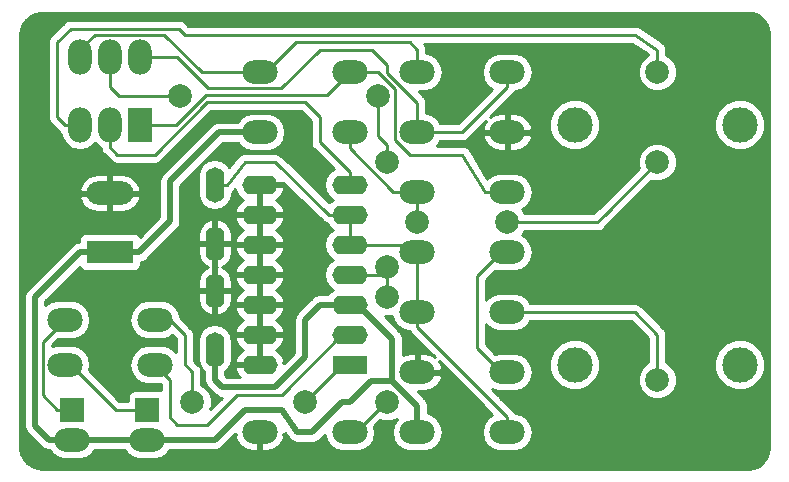
<source format=gbr>
G04 #@! TF.GenerationSoftware,KiCad,Pcbnew,(5.0.2)-1*
G04 #@! TF.CreationDate,2019-02-28T22:41:27-03:00*
G04 #@! TF.ProjectId,ponta-de-prova-logica-simplificada,706f6e74-612d-4646-952d-70726f76612d,02*
G04 #@! TF.SameCoordinates,Original*
G04 #@! TF.FileFunction,Copper,L2,Bot*
G04 #@! TF.FilePolarity,Positive*
%FSLAX46Y46*%
G04 Gerber Fmt 4.6, Leading zero omitted, Abs format (unit mm)*
G04 Created by KiCad (PCBNEW (5.0.2)-1) date 28-02-2019 22:41:27*
%MOMM*%
%LPD*%
G01*
G04 APERTURE LIST*
G04 #@! TA.AperFunction,ComponentPad*
%ADD10O,2.000000X3.000000*%
G04 #@! TD*
G04 #@! TA.AperFunction,ComponentPad*
%ADD11R,2.000000X3.000000*%
G04 #@! TD*
G04 #@! TA.AperFunction,ComponentPad*
%ADD12O,3.000000X2.000000*%
G04 #@! TD*
G04 #@! TA.AperFunction,ComponentPad*
%ADD13R,2.000000X2.000000*%
G04 #@! TD*
G04 #@! TA.AperFunction,ComponentPad*
%ADD14O,3.000000X1.600000*%
G04 #@! TD*
G04 #@! TA.AperFunction,ComponentPad*
%ADD15R,3.000000X1.600000*%
G04 #@! TD*
G04 #@! TA.AperFunction,ComponentPad*
%ADD16O,1.600000X3.000000*%
G04 #@! TD*
G04 #@! TA.AperFunction,ComponentPad*
%ADD17C,3.000000*%
G04 #@! TD*
G04 #@! TA.AperFunction,ComponentPad*
%ADD18O,3.960000X1.980000*%
G04 #@! TD*
G04 #@! TA.AperFunction,ComponentPad*
%ADD19R,3.960000X1.980000*%
G04 #@! TD*
G04 #@! TA.AperFunction,ComponentPad*
%ADD20C,1.998980*%
G04 #@! TD*
G04 #@! TA.AperFunction,ViaPad*
%ADD21C,2.000000*%
G04 #@! TD*
G04 #@! TA.AperFunction,Conductor*
%ADD22C,0.250000*%
G04 #@! TD*
G04 #@! TA.AperFunction,Conductor*
%ADD23C,0.500000*%
G04 #@! TD*
G04 #@! TA.AperFunction,Conductor*
%ADD24C,0.254000*%
G04 #@! TD*
G04 APERTURE END LIST*
D10*
G04 #@! TO.P,SW1,4*
G04 #@! TO.N,Net-(R4-Pad2)*
X133985000Y-83820000D03*
G04 #@! TO.P,SW1,5*
G04 #@! TO.N,Net-(R10-Pad1)*
X131445000Y-83820000D03*
G04 #@! TO.P,SW1,6*
G04 #@! TO.N,Net-(R3-Pad2)*
X128905000Y-83820000D03*
G04 #@! TO.P,SW1,3*
G04 #@! TO.N,Net-(R1-Pad2)*
X128905000Y-89535000D03*
G04 #@! TO.P,SW1,2*
G04 #@! TO.N,Net-(SW1-Pad2)*
X131445000Y-89535000D03*
D11*
G04 #@! TO.P,SW1,1*
G04 #@! TO.N,Net-(R2-Pad2)*
X133985000Y-89535000D03*
G04 #@! TD*
D12*
G04 #@! TO.P,R12,2*
G04 #@! TO.N,Net-(R12-Pad2)*
X135255000Y-109855000D03*
G04 #@! TO.P,R12,1*
G04 #@! TO.N,Net-(D2-Pad1)*
X127635000Y-109855000D03*
G04 #@! TD*
D13*
G04 #@! TO.P,D1,1*
G04 #@! TO.N,Net-(D1-Pad1)*
X128270000Y-113665000D03*
D12*
G04 #@! TO.P,D1,2*
G04 #@! TO.N,VCC*
X128270000Y-116205000D03*
G04 #@! TD*
G04 #@! TO.P,R3,1*
G04 #@! TO.N,Net-(R2-Pad2)*
X151765000Y-85090000D03*
G04 #@! TO.P,R3,2*
G04 #@! TO.N,Net-(R3-Pad2)*
X144145000Y-85090000D03*
G04 #@! TD*
D14*
G04 #@! TO.P,U1,14*
G04 #@! TO.N,GND*
X144145000Y-109855000D03*
G04 #@! TO.P,U1,7*
G04 #@! TO.N,Net-(SW1-Pad2)*
X151765000Y-94615000D03*
G04 #@! TO.P,U1,13*
G04 #@! TO.N,GND*
X144145000Y-107315000D03*
G04 #@! TO.P,U1,6*
G04 #@! TO.N,Net-(C1-Pad1)*
X151765000Y-97155000D03*
G04 #@! TO.P,U1,12*
G04 #@! TO.N,GND*
X144145000Y-104775000D03*
G04 #@! TO.P,U1,5*
G04 #@! TO.N,Net-(C1-Pad1)*
X151765000Y-99695000D03*
G04 #@! TO.P,U1,11*
G04 #@! TO.N,GND*
X144145000Y-102235000D03*
G04 #@! TO.P,U1,4*
G04 #@! TO.N,Net-(R10-Pad1)*
X151765000Y-102235000D03*
G04 #@! TO.P,U1,10*
G04 #@! TO.N,GND*
X144145000Y-99695000D03*
G04 #@! TO.P,U1,3*
G04 #@! TO.N,VCC*
X151765000Y-104775000D03*
G04 #@! TO.P,U1,9*
G04 #@! TO.N,GND*
X144145000Y-97155000D03*
G04 #@! TO.P,U1,2*
G04 #@! TO.N,Net-(R12-Pad2)*
X151765000Y-107315000D03*
G04 #@! TO.P,U1,8*
G04 #@! TO.N,GND*
X144145000Y-94615000D03*
D15*
G04 #@! TO.P,U1,1*
G04 #@! TO.N,Net-(R11-Pad2)*
X151765000Y-109855000D03*
G04 #@! TD*
D16*
G04 #@! TO.P,C2,2*
G04 #@! TO.N,GND*
X140335000Y-103585000D03*
G04 #@! TO.P,C2,1*
G04 #@! TO.N,VCC*
X140335000Y-108585000D03*
G04 #@! TD*
G04 #@! TO.P,C1,1*
G04 #@! TO.N,Net-(C1-Pad1)*
X140335000Y-94615000D03*
G04 #@! TO.P,C1,2*
G04 #@! TO.N,GND*
X140335000Y-99615000D03*
G04 #@! TD*
D17*
G04 #@! TO.P,PP1,1*
G04 #@! TO.N,N/C*
X170815000Y-109855000D03*
G04 #@! TO.P,PP1,2*
X184785000Y-109855000D03*
G04 #@! TO.P,PP1,3*
X170815000Y-89535000D03*
G04 #@! TO.P,PP1,4*
X184785000Y-89535000D03*
G04 #@! TD*
D12*
G04 #@! TO.P,R8,2*
G04 #@! TO.N,Net-(R8-Pad2)*
X165100000Y-100330000D03*
G04 #@! TO.P,R8,1*
G04 #@! TO.N,Net-(C1-Pad1)*
X157480000Y-100330000D03*
G04 #@! TD*
G04 #@! TO.P,D2,2*
G04 #@! TO.N,VCC*
X134620000Y-116205000D03*
D13*
G04 #@! TO.P,D2,1*
G04 #@! TO.N,Net-(D2-Pad1)*
X134620000Y-113665000D03*
G04 #@! TD*
D18*
G04 #@! TO.P,J1,2*
G04 #@! TO.N,GND*
X131445000Y-95330000D03*
D19*
G04 #@! TO.P,J1,1*
G04 #@! TO.N,VCC*
X131445000Y-100330000D03*
G04 #@! TD*
D20*
G04 #@! TO.P,J2,1*
G04 #@! TO.N,Net-(J2-Pad1)*
X177800000Y-111125000D03*
G04 #@! TD*
D12*
G04 #@! TO.P,R1,2*
G04 #@! TO.N,Net-(R1-Pad2)*
X151765000Y-90170000D03*
G04 #@! TO.P,R1,1*
G04 #@! TO.N,VCC*
X144145000Y-90170000D03*
G04 #@! TD*
G04 #@! TO.P,R2,2*
G04 #@! TO.N,Net-(R2-Pad2)*
X165100000Y-95250000D03*
G04 #@! TO.P,R2,1*
G04 #@! TO.N,Net-(R1-Pad2)*
X157480000Y-95250000D03*
G04 #@! TD*
G04 #@! TO.P,R4,2*
G04 #@! TO.N,Net-(R4-Pad2)*
X165100000Y-85090000D03*
G04 #@! TO.P,R4,1*
G04 #@! TO.N,Net-(R3-Pad2)*
X157480000Y-85090000D03*
G04 #@! TD*
G04 #@! TO.P,R5,1*
G04 #@! TO.N,Net-(R4-Pad2)*
X157480000Y-90170000D03*
G04 #@! TO.P,R5,2*
G04 #@! TO.N,GND*
X165100000Y-90170000D03*
G04 #@! TD*
G04 #@! TO.P,R6,1*
G04 #@! TO.N,Net-(C1-Pad1)*
X157480000Y-105410000D03*
G04 #@! TO.P,R6,2*
G04 #@! TO.N,Net-(J2-Pad1)*
X165100000Y-105410000D03*
G04 #@! TD*
G04 #@! TO.P,R7,1*
G04 #@! TO.N,VCC*
X157480000Y-115570000D03*
G04 #@! TO.P,R7,2*
G04 #@! TO.N,Net-(C1-Pad1)*
X165100000Y-115570000D03*
G04 #@! TD*
G04 #@! TO.P,R9,2*
G04 #@! TO.N,GND*
X157480000Y-110490000D03*
G04 #@! TO.P,R9,1*
G04 #@! TO.N,Net-(R8-Pad2)*
X165100000Y-110490000D03*
G04 #@! TD*
G04 #@! TO.P,R10,1*
G04 #@! TO.N,Net-(R10-Pad1)*
X151765000Y-115570000D03*
G04 #@! TO.P,R10,2*
G04 #@! TO.N,GND*
X144145000Y-115570000D03*
G04 #@! TD*
G04 #@! TO.P,R11,2*
G04 #@! TO.N,Net-(R11-Pad2)*
X135255000Y-106045000D03*
G04 #@! TO.P,R11,1*
G04 #@! TO.N,Net-(D1-Pad1)*
X127635000Y-106045000D03*
G04 #@! TD*
D21*
G04 #@! TO.N,Net-(R1-Pad2)*
X165100000Y-97790000D03*
X157480000Y-97790000D03*
X177800000Y-85090000D03*
X177800000Y-92710000D03*
G04 #@! TO.N,Net-(R10-Pad1)*
X154940000Y-113030000D03*
X154940000Y-92710000D03*
X154940000Y-101600000D03*
X154940000Y-104140000D03*
X137414000Y-87122000D03*
X154178000Y-87122000D03*
G04 #@! TO.N,Net-(R11-Pad2)*
X138430000Y-113030000D03*
X147955000Y-113030000D03*
G04 #@! TD*
D22*
G04 #@! TO.N,Net-(C1-Pad1)*
X163830000Y-113010000D02*
X163830000Y-113050000D01*
X157480000Y-106660000D02*
X163830000Y-113010000D01*
X157480000Y-105410000D02*
X157480000Y-106660000D01*
X163830000Y-113050000D02*
X163810000Y-113030000D01*
X165100000Y-114320000D02*
X165100000Y-115570000D01*
X163830000Y-113050000D02*
X165100000Y-114320000D01*
X157480000Y-104160000D02*
X157480000Y-100330000D01*
X157480000Y-105410000D02*
X157480000Y-104160000D01*
X153515000Y-99695000D02*
X151765000Y-99695000D01*
X156345000Y-99695000D02*
X153515000Y-99695000D01*
X156980000Y-100330000D02*
X156345000Y-99695000D01*
X157480000Y-100330000D02*
X156980000Y-100330000D01*
X151765000Y-99695000D02*
X151765000Y-97155000D01*
X150015000Y-97155000D02*
X151765000Y-97155000D01*
X145415000Y-92710000D02*
X150015000Y-97155000D01*
X142875000Y-92710000D02*
X145415000Y-92710000D01*
X140335000Y-94615000D02*
X141385000Y-94615000D01*
X141385000Y-94615000D02*
X142875000Y-92710000D01*
G04 #@! TO.N,Net-(D1-Pad1)*
X127020000Y-113665000D02*
X128270000Y-113665000D01*
X125759990Y-112404990D02*
X127020000Y-113665000D01*
X125759990Y-107920010D02*
X125759990Y-112404990D01*
X127635000Y-106045000D02*
X125759990Y-107920010D01*
G04 #@! TO.N,Net-(D2-Pad1)*
X128135000Y-109855000D02*
X131945000Y-113665000D01*
X127635000Y-109855000D02*
X128135000Y-109855000D01*
X131945000Y-113665000D02*
X134620000Y-113665000D01*
G04 #@! TO.N,Net-(R1-Pad2)*
X157480000Y-97790000D02*
X157480000Y-95885000D01*
X157480000Y-95885000D02*
X157480000Y-95250000D01*
X172085000Y-97790000D02*
X165100000Y-97790000D01*
X173355000Y-97155000D02*
X172720000Y-97790000D01*
X172720000Y-97790000D02*
X172085000Y-97790000D01*
X177800000Y-92710000D02*
X173355000Y-97155000D01*
X155469999Y-95250000D02*
X157480000Y-95250000D01*
X151765000Y-90170000D02*
X151765000Y-91545001D01*
X151765000Y-91545001D02*
X155469999Y-95250000D01*
X177800000Y-83185000D02*
X177800000Y-85090000D01*
X175895000Y-81915000D02*
X177800000Y-83185000D01*
X137795000Y-81915000D02*
X175895000Y-81915000D01*
X127635000Y-89535000D02*
X127000000Y-88900000D01*
X128905000Y-89535000D02*
X127635000Y-89535000D01*
X127000000Y-88900000D02*
X127000000Y-82550000D01*
X127000000Y-82550000D02*
X128135010Y-81414990D01*
X128135010Y-81414990D02*
X137294990Y-81414990D01*
X137294990Y-81414990D02*
X137795000Y-81915000D01*
G04 #@! TO.N,Net-(R3-Pad2)*
X157480000Y-83185000D02*
X157480000Y-85090000D01*
X156845000Y-82550000D02*
X157480000Y-83185000D01*
X147185000Y-82550000D02*
X156845000Y-82550000D01*
X144645000Y-85090000D02*
X147185000Y-82550000D01*
X144145000Y-85090000D02*
X144645000Y-85090000D01*
X128905000Y-83170000D02*
X128905000Y-83820000D01*
X130160000Y-81915000D02*
X128905000Y-83170000D01*
X136045000Y-81915000D02*
X130160000Y-81915000D01*
X139220000Y-85090000D02*
X136045000Y-81915000D01*
X144145000Y-85090000D02*
X139220000Y-85090000D01*
G04 #@! TO.N,Net-(R4-Pad2)*
X161270000Y-90170000D02*
X165100000Y-86340000D01*
X165100000Y-86340000D02*
X165100000Y-85090000D01*
X157480000Y-90170000D02*
X161270000Y-90170000D01*
X137160000Y-83820000D02*
X133985000Y-83820000D01*
X139805010Y-86465010D02*
X137160000Y-83820000D01*
X145944990Y-86465010D02*
X139805010Y-86465010D01*
X157480000Y-87681878D02*
X154940000Y-85141878D01*
X157480000Y-90170000D02*
X157480000Y-87681878D01*
X154940000Y-85141878D02*
X154940000Y-84455000D01*
X154940000Y-84455000D02*
X153670000Y-83185000D01*
X153670000Y-83185000D02*
X149225000Y-83185000D01*
X149225000Y-83185000D02*
X145944990Y-86465010D01*
G04 #@! TO.N,Net-(R8-Pad2)*
X164600000Y-100330000D02*
X165100000Y-100330000D01*
X165100000Y-110490000D02*
X164600000Y-110490000D01*
X164600000Y-110490000D02*
X162560000Y-108450000D01*
X162560000Y-108450000D02*
X162560000Y-102370000D01*
X162560000Y-102370000D02*
X164600000Y-100330000D01*
D23*
G04 #@! TO.N,VCC*
X157480000Y-113349998D02*
X155350002Y-111220000D01*
X157480000Y-115570000D02*
X157480000Y-113349998D01*
X155350002Y-111220000D02*
X155350002Y-107660002D01*
X155350002Y-107660002D02*
X152465000Y-104775000D01*
X152465000Y-104775000D02*
X151765000Y-104775000D01*
X149225000Y-104775000D02*
X151765000Y-104775000D01*
X140335000Y-111125000D02*
X140970000Y-111760000D01*
X140335000Y-108585000D02*
X140335000Y-111125000D01*
X140970000Y-111760000D02*
X145415000Y-111760000D01*
X145415000Y-111760000D02*
X147955000Y-109220000D01*
X147955000Y-109220000D02*
X147955000Y-106045000D01*
X147955000Y-106045000D02*
X149225000Y-104775000D01*
X142145000Y-90170000D02*
X144145000Y-90170000D01*
X140690000Y-90170000D02*
X142145000Y-90170000D01*
X136525000Y-94335000D02*
X140690000Y-90170000D01*
X136525000Y-97730000D02*
X136525000Y-94335000D01*
X131445000Y-100330000D02*
X133925000Y-100330000D01*
X133925000Y-100330000D02*
X136525000Y-97730000D01*
X126270000Y-116205000D02*
X128270000Y-116205000D01*
X125095000Y-115030000D02*
X126270000Y-116205000D01*
X125095000Y-104140000D02*
X125095000Y-115030000D01*
X128905000Y-100330000D02*
X125095000Y-104140000D01*
X131445000Y-100330000D02*
X128905000Y-100330000D01*
X128270000Y-116205000D02*
X134620000Y-116205000D01*
X153575000Y-111220000D02*
X155350002Y-111220000D01*
X151765000Y-113030000D02*
X153575000Y-111220000D01*
X151130000Y-113030000D02*
X151765000Y-113030000D01*
X140335000Y-116205000D02*
X142875000Y-113665000D01*
X134620000Y-116205000D02*
X140335000Y-116205000D01*
X142875000Y-113665000D02*
X146050000Y-113665000D01*
X146050000Y-113665000D02*
X147320000Y-115570000D01*
X147320000Y-115570000D02*
X148590000Y-115570000D01*
X148590000Y-115570000D02*
X151130000Y-113030000D01*
D22*
G04 #@! TO.N,Net-(J2-Pad1)*
X171450000Y-105410000D02*
X165100000Y-105410000D01*
X177800000Y-111125000D02*
X177800000Y-107315000D01*
X177800000Y-107315000D02*
X175895000Y-105410000D01*
X175895000Y-105410000D02*
X171450000Y-105410000D01*
G04 #@! TO.N,Net-(R2-Pad2)*
X153515000Y-85090000D02*
X151765000Y-85090000D01*
X154181002Y-85090000D02*
X153515000Y-85090000D01*
X165100000Y-95250000D02*
X163195000Y-95250000D01*
X163195000Y-95250000D02*
X161290000Y-92075000D01*
X161290000Y-92075000D02*
X156845000Y-92075000D01*
X156845000Y-92075000D02*
X155575000Y-90805000D01*
X155575000Y-90805000D02*
X155575000Y-86483998D01*
X155575000Y-86483998D02*
X154181002Y-85090000D01*
X151765000Y-85090000D02*
X149860000Y-86995000D01*
X149860000Y-86995000D02*
X139627880Y-86995000D01*
X137087880Y-89535000D02*
X133985000Y-89535000D01*
X139627880Y-86995000D02*
X137087880Y-89535000D01*
G04 #@! TO.N,Net-(R10-Pad1)*
X154940000Y-101600000D02*
X154940000Y-104140000D01*
X154940000Y-101600000D02*
X154305000Y-102235000D01*
X154305000Y-102235000D02*
X151765000Y-102235000D01*
X154805000Y-113030000D02*
X154940000Y-113030000D01*
X152265000Y-115570000D02*
X154805000Y-113030000D01*
X151765000Y-115570000D02*
X152265000Y-115570000D01*
X154940000Y-91295787D02*
X154178000Y-90533787D01*
X154940000Y-92710000D02*
X154940000Y-91295787D01*
X154178000Y-90533787D02*
X154178000Y-90424000D01*
X154178000Y-90424000D02*
X154178000Y-87122000D01*
X131445000Y-86360000D02*
X131445000Y-83820000D01*
X137414000Y-87122000D02*
X132207000Y-87122000D01*
X132207000Y-87122000D02*
X131445000Y-86360000D01*
G04 #@! TO.N,Net-(R11-Pad2)*
X151130000Y-109855000D02*
X151765000Y-109855000D01*
X147955000Y-113030000D02*
X151130000Y-109855000D01*
X136525000Y-106045000D02*
X135255000Y-106045000D01*
X137795000Y-107315000D02*
X136525000Y-106045000D01*
X137795000Y-109835000D02*
X137795000Y-107315000D01*
X138430000Y-113030000D02*
X138430000Y-110470000D01*
X138430000Y-110470000D02*
X137795000Y-109835000D01*
G04 #@! TO.N,Net-(R12-Pad2)*
X136525000Y-111125000D02*
X135255000Y-109855000D01*
X136525000Y-114300000D02*
X136525000Y-111125000D01*
X151065000Y-107315000D02*
X146050000Y-112395000D01*
X151765000Y-107315000D02*
X151065000Y-107315000D01*
X146050000Y-112395000D02*
X142240000Y-112395000D01*
X142240000Y-112395000D02*
X139700000Y-114935000D01*
X139700000Y-114935000D02*
X137160000Y-114935000D01*
X137160000Y-114935000D02*
X136525000Y-114300000D01*
G04 #@! TO.N,Net-(SW1-Pad2)*
X151765000Y-93565000D02*
X149225000Y-91025000D01*
X151765000Y-94615000D02*
X151765000Y-93565000D01*
X149225000Y-91025000D02*
X149225000Y-88900000D01*
X149225000Y-88900000D02*
X147955000Y-87630000D01*
X147955000Y-87630000D02*
X146050000Y-87630000D01*
X146050000Y-87630000D02*
X145415000Y-87630000D01*
X145415000Y-87630000D02*
X145796000Y-87630000D01*
X131445000Y-91440000D02*
X131445000Y-89535000D01*
X132080000Y-92075000D02*
X131445000Y-91440000D01*
X135255000Y-92075000D02*
X132080000Y-92075000D01*
X145415000Y-87630000D02*
X139700000Y-87630000D01*
X139700000Y-87630000D02*
X135255000Y-92075000D01*
G04 #@! TD*
D24*
G04 #@! TO.N,GND*
G36*
X185879967Y-80123552D02*
X186311029Y-80294222D01*
X186686108Y-80566732D01*
X186981633Y-80923960D01*
X187179032Y-81343454D01*
X187272019Y-81830913D01*
X187275001Y-81925792D01*
X187275000Y-116796907D01*
X187211448Y-117299967D01*
X187040777Y-117731031D01*
X186768267Y-118106109D01*
X186411040Y-118401633D01*
X185991546Y-118599032D01*
X185504087Y-118692019D01*
X185409240Y-118695000D01*
X125773093Y-118695000D01*
X125270033Y-118631448D01*
X124838969Y-118460777D01*
X124463891Y-118188267D01*
X124168367Y-117831040D01*
X123970968Y-117411546D01*
X123877981Y-116924087D01*
X123875000Y-116829240D01*
X123875000Y-104140000D01*
X124192663Y-104140000D01*
X124210000Y-104227161D01*
X124210001Y-114942835D01*
X124192663Y-115030000D01*
X124261348Y-115375309D01*
X124407576Y-115594154D01*
X124407578Y-115594156D01*
X124456952Y-115668049D01*
X124530845Y-115717423D01*
X125582577Y-116769156D01*
X125631951Y-116843049D01*
X125705844Y-116892423D01*
X125705845Y-116892424D01*
X125898278Y-117021004D01*
X125924690Y-117038652D01*
X126182835Y-117090000D01*
X126182839Y-117090000D01*
X126270000Y-117107337D01*
X126357161Y-117090000D01*
X126394941Y-117090000D01*
X126591231Y-117383769D01*
X127132055Y-117745136D01*
X127608969Y-117840000D01*
X128931031Y-117840000D01*
X129407945Y-117745136D01*
X129948769Y-117383769D01*
X130145059Y-117090000D01*
X132744941Y-117090000D01*
X132941231Y-117383769D01*
X133482055Y-117745136D01*
X133958969Y-117840000D01*
X135281031Y-117840000D01*
X135757945Y-117745136D01*
X136298769Y-117383769D01*
X136495059Y-117090000D01*
X140247839Y-117090000D01*
X140335000Y-117107337D01*
X140422161Y-117090000D01*
X140422165Y-117090000D01*
X140680310Y-117038652D01*
X140973049Y-116843049D01*
X141022425Y-116769153D01*
X142094577Y-115697002D01*
X142174222Y-115697002D01*
X142054876Y-115950434D01*
X142085856Y-116078355D01*
X142399078Y-116636317D01*
X142901980Y-117031942D01*
X143518000Y-117205000D01*
X144018000Y-117205000D01*
X144018000Y-115697000D01*
X143998000Y-115697000D01*
X143998000Y-115443000D01*
X144018000Y-115443000D01*
X144018000Y-115423000D01*
X144272000Y-115423000D01*
X144272000Y-115443000D01*
X144292000Y-115443000D01*
X144292000Y-115697000D01*
X144272000Y-115697000D01*
X144272000Y-117205000D01*
X144772000Y-117205000D01*
X145388020Y-117031942D01*
X145890922Y-116636317D01*
X146204144Y-116078355D01*
X146235124Y-115950434D01*
X146115778Y-115697002D01*
X146280000Y-115697002D01*
X146280000Y-115605458D01*
X146486254Y-115914839D01*
X146486348Y-115915310D01*
X146583514Y-116060729D01*
X146631985Y-116133435D01*
X146632319Y-116133769D01*
X146681951Y-116208049D01*
X146755454Y-116257163D01*
X146817903Y-116319742D01*
X146900405Y-116354016D01*
X146974690Y-116403652D01*
X147061402Y-116420900D01*
X147143037Y-116454814D01*
X147232371Y-116454908D01*
X147232835Y-116455000D01*
X147320505Y-116455000D01*
X147495111Y-116455183D01*
X147495554Y-116455000D01*
X148502839Y-116455000D01*
X148590000Y-116472337D01*
X148677161Y-116455000D01*
X148677165Y-116455000D01*
X148935310Y-116403652D01*
X149228049Y-116208049D01*
X149277425Y-116134153D01*
X149638386Y-115773192D01*
X149724864Y-116207945D01*
X150086231Y-116748769D01*
X150627055Y-117110136D01*
X151103969Y-117205000D01*
X152426031Y-117205000D01*
X152902945Y-117110136D01*
X153443769Y-116748769D01*
X153805136Y-116207945D01*
X153932031Y-115570000D01*
X153833774Y-115076028D01*
X154353166Y-114556637D01*
X154614778Y-114665000D01*
X155265222Y-114665000D01*
X155753423Y-114462780D01*
X155439864Y-114932055D01*
X155312969Y-115570000D01*
X155439864Y-116207945D01*
X155801231Y-116748769D01*
X156342055Y-117110136D01*
X156818969Y-117205000D01*
X158141031Y-117205000D01*
X158617945Y-117110136D01*
X159158769Y-116748769D01*
X159520136Y-116207945D01*
X159647031Y-115570000D01*
X159520136Y-114932055D01*
X159158769Y-114391231D01*
X158617945Y-114029864D01*
X158365000Y-113979550D01*
X158365000Y-113437157D01*
X158382337Y-113349997D01*
X158365000Y-113262838D01*
X158365000Y-113262833D01*
X158313652Y-113004688D01*
X158118049Y-112711949D01*
X158044156Y-112662575D01*
X157506581Y-112125000D01*
X158107000Y-112125000D01*
X158723020Y-111951942D01*
X159225922Y-111556317D01*
X159539144Y-110998355D01*
X159570124Y-110870434D01*
X159450777Y-110617000D01*
X157607000Y-110617000D01*
X157607000Y-110637000D01*
X157353000Y-110637000D01*
X157353000Y-110617000D01*
X157333000Y-110617000D01*
X157333000Y-110363000D01*
X157353000Y-110363000D01*
X157353000Y-108855000D01*
X156853000Y-108855000D01*
X156236980Y-109028058D01*
X156235002Y-109029614D01*
X156235002Y-107747163D01*
X156252339Y-107660002D01*
X156235002Y-107572841D01*
X156235002Y-107572837D01*
X156183654Y-107314692D01*
X156112317Y-107207929D01*
X156037426Y-107095847D01*
X156037425Y-107095846D01*
X155988051Y-107021953D01*
X155914158Y-106972579D01*
X154716579Y-105775000D01*
X155265222Y-105775000D01*
X155376411Y-105728944D01*
X155439864Y-106047945D01*
X155801231Y-106588769D01*
X156342055Y-106950136D01*
X156818969Y-107045000D01*
X156823206Y-107045000D01*
X156932072Y-107207929D01*
X156995528Y-107250329D01*
X158958524Y-109213325D01*
X158723020Y-109028058D01*
X158107000Y-108855000D01*
X157607000Y-108855000D01*
X157607000Y-110363000D01*
X159450777Y-110363000D01*
X159570124Y-110109566D01*
X159539144Y-109981645D01*
X159298923Y-109553725D01*
X163139126Y-113393928D01*
X163219671Y-113514472D01*
X163239669Y-113534470D01*
X163282071Y-113597929D01*
X163345529Y-113640330D01*
X163825983Y-114120784D01*
X163421231Y-114391231D01*
X163059864Y-114932055D01*
X162932969Y-115570000D01*
X163059864Y-116207945D01*
X163421231Y-116748769D01*
X163962055Y-117110136D01*
X164438969Y-117205000D01*
X165761031Y-117205000D01*
X166237945Y-117110136D01*
X166778769Y-116748769D01*
X167140136Y-116207945D01*
X167267031Y-115570000D01*
X167140136Y-114932055D01*
X166778769Y-114391231D01*
X166237945Y-114029864D01*
X165761031Y-113935000D01*
X165756795Y-113935000D01*
X165647929Y-113772071D01*
X165584473Y-113729671D01*
X164500878Y-112646077D01*
X164377929Y-112462071D01*
X164314473Y-112419671D01*
X163850196Y-111955394D01*
X163962055Y-112030136D01*
X164438969Y-112125000D01*
X165761031Y-112125000D01*
X166237945Y-112030136D01*
X166778769Y-111668769D01*
X167140136Y-111127945D01*
X167267031Y-110490000D01*
X167140136Y-109852055D01*
X166858344Y-109430322D01*
X168680000Y-109430322D01*
X168680000Y-110279678D01*
X169005034Y-111064380D01*
X169605620Y-111664966D01*
X170390322Y-111990000D01*
X171239678Y-111990000D01*
X172024380Y-111664966D01*
X172624966Y-111064380D01*
X172950000Y-110279678D01*
X172950000Y-109430322D01*
X172624966Y-108645620D01*
X172024380Y-108045034D01*
X171239678Y-107720000D01*
X170390322Y-107720000D01*
X169605620Y-108045034D01*
X169005034Y-108645620D01*
X168680000Y-109430322D01*
X166858344Y-109430322D01*
X166778769Y-109311231D01*
X166237945Y-108949864D01*
X165761031Y-108855000D01*
X164438969Y-108855000D01*
X164106028Y-108921226D01*
X163320000Y-108135199D01*
X163320000Y-106437266D01*
X163421231Y-106588769D01*
X163962055Y-106950136D01*
X164438969Y-107045000D01*
X165761031Y-107045000D01*
X166237945Y-106950136D01*
X166778769Y-106588769D01*
X167058581Y-106170000D01*
X175580199Y-106170000D01*
X177040001Y-107629803D01*
X177040000Y-109670643D01*
X176874136Y-109739346D01*
X176414346Y-110199136D01*
X176165510Y-110799880D01*
X176165510Y-111450120D01*
X176414346Y-112050864D01*
X176874136Y-112510654D01*
X177474880Y-112759490D01*
X178125120Y-112759490D01*
X178725864Y-112510654D01*
X179185654Y-112050864D01*
X179434490Y-111450120D01*
X179434490Y-110799880D01*
X179185654Y-110199136D01*
X178725864Y-109739346D01*
X178560000Y-109670643D01*
X178560000Y-109430322D01*
X182650000Y-109430322D01*
X182650000Y-110279678D01*
X182975034Y-111064380D01*
X183575620Y-111664966D01*
X184360322Y-111990000D01*
X185209678Y-111990000D01*
X185994380Y-111664966D01*
X186594966Y-111064380D01*
X186920000Y-110279678D01*
X186920000Y-109430322D01*
X186594966Y-108645620D01*
X185994380Y-108045034D01*
X185209678Y-107720000D01*
X184360322Y-107720000D01*
X183575620Y-108045034D01*
X182975034Y-108645620D01*
X182650000Y-109430322D01*
X178560000Y-109430322D01*
X178560000Y-107389848D01*
X178574888Y-107315000D01*
X178560000Y-107240152D01*
X178560000Y-107240148D01*
X178515904Y-107018463D01*
X178515904Y-107018462D01*
X178390329Y-106830527D01*
X178347929Y-106767071D01*
X178284473Y-106724671D01*
X176485331Y-104925530D01*
X176442929Y-104862071D01*
X176191537Y-104694096D01*
X175969852Y-104650000D01*
X175969847Y-104650000D01*
X175895000Y-104635112D01*
X175820153Y-104650000D01*
X167058581Y-104650000D01*
X166778769Y-104231231D01*
X166237945Y-103869864D01*
X165761031Y-103775000D01*
X164438969Y-103775000D01*
X163962055Y-103869864D01*
X163421231Y-104231231D01*
X163320000Y-104382734D01*
X163320000Y-102684801D01*
X164106028Y-101898774D01*
X164438969Y-101965000D01*
X165761031Y-101965000D01*
X166237945Y-101870136D01*
X166778769Y-101508769D01*
X167140136Y-100967945D01*
X167267031Y-100330000D01*
X167140136Y-99692055D01*
X166778769Y-99151231D01*
X166342508Y-98859731D01*
X166486086Y-98716153D01*
X166554909Y-98550000D01*
X172645153Y-98550000D01*
X172720000Y-98564888D01*
X172794847Y-98550000D01*
X172794852Y-98550000D01*
X173016537Y-98505904D01*
X173267929Y-98337929D01*
X173310331Y-98274470D01*
X173945329Y-97639473D01*
X173945331Y-97639470D01*
X177308625Y-94276177D01*
X177474778Y-94345000D01*
X178125222Y-94345000D01*
X178726153Y-94096086D01*
X179186086Y-93636153D01*
X179435000Y-93035222D01*
X179435000Y-92384778D01*
X179186086Y-91783847D01*
X178726153Y-91323914D01*
X178125222Y-91075000D01*
X177474778Y-91075000D01*
X176873847Y-91323914D01*
X176413914Y-91783847D01*
X176165000Y-92384778D01*
X176165000Y-93035222D01*
X176233823Y-93201375D01*
X172870530Y-96564669D01*
X172870527Y-96564671D01*
X172405199Y-97030000D01*
X166554909Y-97030000D01*
X166486086Y-96863847D01*
X166342508Y-96720269D01*
X166778769Y-96428769D01*
X167140136Y-95887945D01*
X167267031Y-95250000D01*
X167140136Y-94612055D01*
X166778769Y-94071231D01*
X166237945Y-93709864D01*
X165761031Y-93615000D01*
X164438969Y-93615000D01*
X163962055Y-93709864D01*
X163421231Y-94071231D01*
X163396369Y-94108440D01*
X162009635Y-91797218D01*
X162005904Y-91778463D01*
X161932181Y-91668128D01*
X161903183Y-91619799D01*
X161890676Y-91606012D01*
X161837929Y-91527071D01*
X161790023Y-91495061D01*
X161751315Y-91452393D01*
X161665480Y-91411844D01*
X161586537Y-91359096D01*
X161530028Y-91347856D01*
X161477938Y-91323248D01*
X161383118Y-91318633D01*
X161364852Y-91315000D01*
X161308461Y-91315000D01*
X161175949Y-91308551D01*
X161157951Y-91315000D01*
X159181333Y-91315000D01*
X159438581Y-90930000D01*
X161195153Y-90930000D01*
X161270000Y-90944888D01*
X161344847Y-90930000D01*
X161344852Y-90930000D01*
X161566537Y-90885904D01*
X161817929Y-90717929D01*
X161860331Y-90654470D01*
X161964367Y-90550434D01*
X163009876Y-90550434D01*
X163040856Y-90678355D01*
X163354078Y-91236317D01*
X163856980Y-91631942D01*
X164473000Y-91805000D01*
X164973000Y-91805000D01*
X164973000Y-90297000D01*
X165227000Y-90297000D01*
X165227000Y-91805000D01*
X165727000Y-91805000D01*
X166343020Y-91631942D01*
X166845922Y-91236317D01*
X167159144Y-90678355D01*
X167190124Y-90550434D01*
X167070777Y-90297000D01*
X165227000Y-90297000D01*
X164973000Y-90297000D01*
X163129223Y-90297000D01*
X163009876Y-90550434D01*
X161964367Y-90550434D01*
X163281077Y-89233725D01*
X163040856Y-89661645D01*
X163009876Y-89789566D01*
X163129223Y-90043000D01*
X164973000Y-90043000D01*
X164973000Y-88535000D01*
X165227000Y-88535000D01*
X165227000Y-90043000D01*
X167070777Y-90043000D01*
X167190124Y-89789566D01*
X167159144Y-89661645D01*
X166849649Y-89110322D01*
X168680000Y-89110322D01*
X168680000Y-89959678D01*
X169005034Y-90744380D01*
X169605620Y-91344966D01*
X170390322Y-91670000D01*
X171239678Y-91670000D01*
X172024380Y-91344966D01*
X172624966Y-90744380D01*
X172950000Y-89959678D01*
X172950000Y-89110322D01*
X182650000Y-89110322D01*
X182650000Y-89959678D01*
X182975034Y-90744380D01*
X183575620Y-91344966D01*
X184360322Y-91670000D01*
X185209678Y-91670000D01*
X185994380Y-91344966D01*
X186594966Y-90744380D01*
X186920000Y-89959678D01*
X186920000Y-89110322D01*
X186594966Y-88325620D01*
X185994380Y-87725034D01*
X185209678Y-87400000D01*
X184360322Y-87400000D01*
X183575620Y-87725034D01*
X182975034Y-88325620D01*
X182650000Y-89110322D01*
X172950000Y-89110322D01*
X172624966Y-88325620D01*
X172024380Y-87725034D01*
X171239678Y-87400000D01*
X170390322Y-87400000D01*
X169605620Y-87725034D01*
X169005034Y-88325620D01*
X168680000Y-89110322D01*
X166849649Y-89110322D01*
X166845922Y-89103683D01*
X166343020Y-88708058D01*
X165727000Y-88535000D01*
X165227000Y-88535000D01*
X164973000Y-88535000D01*
X164473000Y-88535000D01*
X163856980Y-88708058D01*
X163621477Y-88893324D01*
X165584473Y-86930329D01*
X165647929Y-86887929D01*
X165756795Y-86725000D01*
X165761031Y-86725000D01*
X166237945Y-86630136D01*
X166778769Y-86268769D01*
X167140136Y-85727945D01*
X167267031Y-85090000D01*
X167140136Y-84452055D01*
X166778769Y-83911231D01*
X166237945Y-83549864D01*
X165761031Y-83455000D01*
X164438969Y-83455000D01*
X163962055Y-83549864D01*
X163421231Y-83911231D01*
X163059864Y-84452055D01*
X162932969Y-85090000D01*
X163059864Y-85727945D01*
X163421231Y-86268769D01*
X163825983Y-86539215D01*
X160955199Y-89410000D01*
X159438581Y-89410000D01*
X159158769Y-88991231D01*
X158617945Y-88629864D01*
X158240000Y-88554686D01*
X158240000Y-87756724D01*
X158254888Y-87681877D01*
X158240000Y-87607030D01*
X158240000Y-87607026D01*
X158195904Y-87385341D01*
X158133226Y-87291537D01*
X158070329Y-87197404D01*
X158070327Y-87197402D01*
X158027929Y-87133949D01*
X157964476Y-87091551D01*
X157597925Y-86725000D01*
X158141031Y-86725000D01*
X158617945Y-86630136D01*
X159158769Y-86268769D01*
X159520136Y-85727945D01*
X159647031Y-85090000D01*
X159520136Y-84452055D01*
X159158769Y-83911231D01*
X158617945Y-83549864D01*
X158240000Y-83474686D01*
X158240000Y-83259848D01*
X158254888Y-83185000D01*
X158240000Y-83110152D01*
X158240000Y-83110148D01*
X158195904Y-82888463D01*
X158053272Y-82675000D01*
X175664892Y-82675000D01*
X177040000Y-83591739D01*
X177040000Y-83635091D01*
X176873847Y-83703914D01*
X176413914Y-84163847D01*
X176165000Y-84764778D01*
X176165000Y-85415222D01*
X176413914Y-86016153D01*
X176873847Y-86476086D01*
X177474778Y-86725000D01*
X178125222Y-86725000D01*
X178726153Y-86476086D01*
X179186086Y-86016153D01*
X179435000Y-85415222D01*
X179435000Y-84764778D01*
X179186086Y-84163847D01*
X178726153Y-83703914D01*
X178560000Y-83635091D01*
X178560000Y-83335758D01*
X178560157Y-83335378D01*
X178560000Y-83185635D01*
X178560000Y-83110148D01*
X178559920Y-83109748D01*
X178559840Y-83033031D01*
X178530716Y-82962926D01*
X178515904Y-82888463D01*
X178473279Y-82824670D01*
X178443845Y-82753820D01*
X178390107Y-82700194D01*
X178347929Y-82637071D01*
X178284138Y-82594447D01*
X178283852Y-82594162D01*
X178221474Y-82552576D01*
X178096536Y-82469096D01*
X178096133Y-82469016D01*
X176317109Y-81283001D01*
X176191537Y-81199096D01*
X176116287Y-81184128D01*
X176045378Y-81154843D01*
X175895636Y-81155000D01*
X138109802Y-81155000D01*
X137885321Y-80930519D01*
X137842919Y-80867061D01*
X137591527Y-80699086D01*
X137369842Y-80654990D01*
X137369837Y-80654990D01*
X137294990Y-80640102D01*
X137220143Y-80654990D01*
X128209858Y-80654990D01*
X128135010Y-80640102D01*
X128060162Y-80654990D01*
X128060158Y-80654990D01*
X127838473Y-80699086D01*
X127587081Y-80867061D01*
X127544681Y-80930517D01*
X126515528Y-81959671D01*
X126452072Y-82002071D01*
X126409672Y-82065527D01*
X126409671Y-82065528D01*
X126336531Y-82174990D01*
X126284097Y-82253463D01*
X126252938Y-82410112D01*
X126225112Y-82550000D01*
X126240001Y-82624852D01*
X126240000Y-88825153D01*
X126225112Y-88900000D01*
X126240000Y-88974847D01*
X126240000Y-88974851D01*
X126284096Y-89196536D01*
X126452071Y-89447929D01*
X126515530Y-89490331D01*
X127044671Y-90019473D01*
X127087071Y-90082929D01*
X127272094Y-90206557D01*
X127364864Y-90672945D01*
X127726232Y-91213769D01*
X128267056Y-91575136D01*
X128905000Y-91702031D01*
X129542945Y-91575136D01*
X130083769Y-91213769D01*
X130175000Y-91077232D01*
X130266232Y-91213769D01*
X130680122Y-91490321D01*
X130685000Y-91514847D01*
X130685000Y-91514851D01*
X130729096Y-91736536D01*
X130897071Y-91987929D01*
X130960530Y-92030331D01*
X131489671Y-92559473D01*
X131532071Y-92622929D01*
X131783463Y-92790904D01*
X132005148Y-92835000D01*
X132005152Y-92835000D01*
X132080000Y-92849888D01*
X132154848Y-92835000D01*
X135180153Y-92835000D01*
X135255000Y-92849888D01*
X135329847Y-92835000D01*
X135329852Y-92835000D01*
X135551537Y-92790904D01*
X135802929Y-92622929D01*
X135845331Y-92559470D01*
X140014802Y-88390000D01*
X147640199Y-88390000D01*
X148465001Y-89214803D01*
X148465000Y-90950153D01*
X148450112Y-91025000D01*
X148465000Y-91099847D01*
X148465000Y-91099851D01*
X148509096Y-91321536D01*
X148677071Y-91572929D01*
X148740530Y-91615331D01*
X150435174Y-93309977D01*
X150030423Y-93580423D01*
X149713260Y-94055091D01*
X149601887Y-94615000D01*
X149713260Y-95174909D01*
X150030423Y-95649577D01*
X150382758Y-95885000D01*
X150034931Y-96117411D01*
X146001676Y-92220060D01*
X145962929Y-92162071D01*
X145894006Y-92116018D01*
X145889286Y-92111457D01*
X145831861Y-92074494D01*
X145711537Y-91994096D01*
X145704907Y-91992777D01*
X145699227Y-91989121D01*
X145556936Y-91963344D01*
X145489852Y-91950000D01*
X145483277Y-91950000D01*
X145401724Y-91935226D01*
X145333574Y-91950000D01*
X142903388Y-91950000D01*
X142780978Y-91940837D01*
X142681347Y-91973631D01*
X142578463Y-91994096D01*
X142538938Y-92020506D01*
X142493788Y-92035367D01*
X142414287Y-92103795D01*
X142327071Y-92162071D01*
X142258868Y-92264144D01*
X141557208Y-93161233D01*
X141369577Y-92880423D01*
X140894909Y-92563260D01*
X140335000Y-92451887D01*
X139775092Y-92563260D01*
X139300424Y-92880423D01*
X138983261Y-93355091D01*
X138900000Y-93773667D01*
X138900000Y-95456332D01*
X138983260Y-95874908D01*
X139300423Y-96349576D01*
X139775091Y-96666740D01*
X140335000Y-96778113D01*
X140894908Y-96666740D01*
X141369576Y-96349577D01*
X141686740Y-95874909D01*
X141770000Y-95456333D01*
X141770000Y-95286372D01*
X141845711Y-95221206D01*
X141932929Y-95162929D01*
X142001133Y-95060854D01*
X142058160Y-94987944D01*
X142070633Y-95046819D01*
X142340500Y-95539896D01*
X142769607Y-95885000D01*
X142340500Y-96230104D01*
X142070633Y-96723181D01*
X142053096Y-96805961D01*
X142175085Y-97028000D01*
X144018000Y-97028000D01*
X144018000Y-94742000D01*
X144272000Y-94742000D01*
X144272000Y-97028000D01*
X146114915Y-97028000D01*
X146236904Y-96805961D01*
X146219367Y-96723181D01*
X145949500Y-96230104D01*
X145520393Y-95885000D01*
X145949500Y-95539896D01*
X146219367Y-95046819D01*
X146236904Y-94964039D01*
X146114915Y-94742000D01*
X144272000Y-94742000D01*
X144018000Y-94742000D01*
X143998000Y-94742000D01*
X143998000Y-94488000D01*
X144018000Y-94488000D01*
X144018000Y-94468000D01*
X144272000Y-94468000D01*
X144272000Y-94488000D01*
X146114915Y-94488000D01*
X146131000Y-94458722D01*
X149428326Y-97644943D01*
X149467071Y-97702929D01*
X149535990Y-97748980D01*
X149540713Y-97753543D01*
X149598166Y-97790524D01*
X149718463Y-97870904D01*
X149725091Y-97872222D01*
X149730772Y-97875879D01*
X149833217Y-97894438D01*
X150030423Y-98189577D01*
X150382758Y-98425000D01*
X150030423Y-98660423D01*
X149713260Y-99135091D01*
X149601887Y-99695000D01*
X149713260Y-100254909D01*
X150030423Y-100729577D01*
X150382758Y-100965000D01*
X150030423Y-101200423D01*
X149713260Y-101675091D01*
X149601887Y-102235000D01*
X149713260Y-102794909D01*
X150030423Y-103269577D01*
X150382758Y-103505000D01*
X150030423Y-103740423D01*
X149930479Y-103890000D01*
X149312159Y-103890000D01*
X149224999Y-103872663D01*
X149137839Y-103890000D01*
X149137835Y-103890000D01*
X148879690Y-103941348D01*
X148879688Y-103941349D01*
X148879689Y-103941349D01*
X148660845Y-104087576D01*
X148660844Y-104087577D01*
X148586951Y-104136951D01*
X148537577Y-104210844D01*
X147390845Y-105357577D01*
X147316952Y-105406951D01*
X147267578Y-105480844D01*
X147267576Y-105480846D01*
X147121348Y-105699691D01*
X147052663Y-106045000D01*
X147070001Y-106132165D01*
X147070000Y-108853421D01*
X146195424Y-109727998D01*
X146114916Y-109727998D01*
X146236904Y-109505961D01*
X146219367Y-109423181D01*
X145949500Y-108930104D01*
X145520393Y-108585000D01*
X145949500Y-108239896D01*
X146219367Y-107746819D01*
X146236904Y-107664039D01*
X146114915Y-107442000D01*
X144272000Y-107442000D01*
X144272000Y-109728000D01*
X144292000Y-109728000D01*
X144292000Y-109982000D01*
X144272000Y-109982000D01*
X144272000Y-110002000D01*
X144018000Y-110002000D01*
X144018000Y-109982000D01*
X142175085Y-109982000D01*
X142053096Y-110204039D01*
X142070633Y-110286819D01*
X142340500Y-110779896D01*
X142458754Y-110875000D01*
X141336579Y-110875000D01*
X141220000Y-110758422D01*
X141220000Y-110419521D01*
X141369577Y-110319577D01*
X141686740Y-109844909D01*
X141770000Y-109426333D01*
X141770000Y-107743667D01*
X141754161Y-107664039D01*
X142053096Y-107664039D01*
X142070633Y-107746819D01*
X142340500Y-108239896D01*
X142769607Y-108585000D01*
X142340500Y-108930104D01*
X142070633Y-109423181D01*
X142053096Y-109505961D01*
X142175085Y-109728000D01*
X144018000Y-109728000D01*
X144018000Y-107442000D01*
X142175085Y-107442000D01*
X142053096Y-107664039D01*
X141754161Y-107664039D01*
X141686740Y-107325091D01*
X141369576Y-106850423D01*
X140894908Y-106533260D01*
X140335000Y-106421887D01*
X139775091Y-106533260D01*
X139300423Y-106850424D01*
X138983260Y-107325092D01*
X138900000Y-107743668D01*
X138900000Y-109426333D01*
X138983261Y-109844909D01*
X139300424Y-110319577D01*
X139450001Y-110419521D01*
X139450001Y-111037835D01*
X139432663Y-111125000D01*
X139501348Y-111470309D01*
X139647576Y-111689154D01*
X139647578Y-111689156D01*
X139696952Y-111763049D01*
X139770844Y-111812423D01*
X140282577Y-112324156D01*
X140331951Y-112398049D01*
X140405844Y-112447423D01*
X140405845Y-112447424D01*
X140487630Y-112502071D01*
X140624690Y-112593652D01*
X140882835Y-112645000D01*
X140882839Y-112645000D01*
X140909829Y-112650369D01*
X139966022Y-113594177D01*
X140065000Y-113355222D01*
X140065000Y-112704778D01*
X139816086Y-112103847D01*
X139356153Y-111643914D01*
X139190000Y-111575091D01*
X139190000Y-110544848D01*
X139204888Y-110470000D01*
X139190000Y-110395152D01*
X139190000Y-110395148D01*
X139145904Y-110173463D01*
X138977929Y-109922071D01*
X138914473Y-109879671D01*
X138555000Y-109520199D01*
X138555000Y-107389846D01*
X138569888Y-107314999D01*
X138555000Y-107240152D01*
X138555000Y-107240148D01*
X138510904Y-107018463D01*
X138342929Y-106767071D01*
X138279473Y-106724671D01*
X137377890Y-105823089D01*
X137295136Y-105407055D01*
X136933769Y-104866231D01*
X136392945Y-104504864D01*
X135916031Y-104410000D01*
X134593969Y-104410000D01*
X134117055Y-104504864D01*
X133576231Y-104866231D01*
X133214864Y-105407055D01*
X133087969Y-106045000D01*
X133214864Y-106682945D01*
X133576231Y-107223769D01*
X134117055Y-107585136D01*
X134593969Y-107680000D01*
X135916031Y-107680000D01*
X136392945Y-107585136D01*
X136751054Y-107345855D01*
X137035001Y-107629803D01*
X137035000Y-108827735D01*
X136933769Y-108676231D01*
X136392945Y-108314864D01*
X135916031Y-108220000D01*
X134593969Y-108220000D01*
X134117055Y-108314864D01*
X133576231Y-108676231D01*
X133214864Y-109217055D01*
X133087969Y-109855000D01*
X133214864Y-110492945D01*
X133576231Y-111033769D01*
X134117055Y-111395136D01*
X134593969Y-111490000D01*
X135765001Y-111490000D01*
X135765001Y-112046402D01*
X135620000Y-112017560D01*
X133620000Y-112017560D01*
X133372235Y-112066843D01*
X133162191Y-112207191D01*
X133021843Y-112417235D01*
X132972560Y-112665000D01*
X132972560Y-112905000D01*
X132259802Y-112905000D01*
X129703774Y-110348973D01*
X129802031Y-109855000D01*
X129675136Y-109217055D01*
X129313769Y-108676231D01*
X128772945Y-108314864D01*
X128296031Y-108220000D01*
X126973969Y-108220000D01*
X126519990Y-108310302D01*
X126519990Y-108234811D01*
X127074801Y-107680000D01*
X128296031Y-107680000D01*
X128772945Y-107585136D01*
X129313769Y-107223769D01*
X129675136Y-106682945D01*
X129802031Y-106045000D01*
X129675136Y-105407055D01*
X129313769Y-104866231D01*
X128772945Y-104504864D01*
X128296031Y-104410000D01*
X126973969Y-104410000D01*
X126497055Y-104504864D01*
X125980000Y-104850349D01*
X125980000Y-104506578D01*
X126774578Y-103712000D01*
X138900000Y-103712000D01*
X138900000Y-104412000D01*
X139057834Y-104951483D01*
X139410104Y-105389500D01*
X139903181Y-105659367D01*
X139985961Y-105676904D01*
X140208000Y-105554915D01*
X140208000Y-103712000D01*
X140462000Y-103712000D01*
X140462000Y-105554915D01*
X140684039Y-105676904D01*
X140766819Y-105659367D01*
X141259896Y-105389500D01*
X141473389Y-105124039D01*
X142053096Y-105124039D01*
X142070633Y-105206819D01*
X142340500Y-105699896D01*
X142769607Y-106045000D01*
X142340500Y-106390104D01*
X142070633Y-106883181D01*
X142053096Y-106965961D01*
X142175085Y-107188000D01*
X144018000Y-107188000D01*
X144018000Y-104902000D01*
X144272000Y-104902000D01*
X144272000Y-107188000D01*
X146114915Y-107188000D01*
X146236904Y-106965961D01*
X146219367Y-106883181D01*
X145949500Y-106390104D01*
X145520393Y-106045000D01*
X145949500Y-105699896D01*
X146219367Y-105206819D01*
X146236904Y-105124039D01*
X146114915Y-104902000D01*
X144272000Y-104902000D01*
X144018000Y-104902000D01*
X142175085Y-104902000D01*
X142053096Y-105124039D01*
X141473389Y-105124039D01*
X141612166Y-104951483D01*
X141770000Y-104412000D01*
X141770000Y-103712000D01*
X140462000Y-103712000D01*
X140208000Y-103712000D01*
X138900000Y-103712000D01*
X126774578Y-103712000D01*
X128887660Y-101598919D01*
X129007191Y-101777809D01*
X129217235Y-101918157D01*
X129465000Y-101967440D01*
X133425000Y-101967440D01*
X133672765Y-101918157D01*
X133882809Y-101777809D01*
X134023157Y-101567765D01*
X134072440Y-101320000D01*
X134072440Y-101203011D01*
X134270310Y-101163652D01*
X134563049Y-100968049D01*
X134612425Y-100894153D01*
X135764578Y-99742000D01*
X138900000Y-99742000D01*
X138900000Y-100442000D01*
X139057834Y-100981483D01*
X139410104Y-101419500D01*
X139739898Y-101600000D01*
X139410104Y-101780500D01*
X139057834Y-102218517D01*
X138900000Y-102758000D01*
X138900000Y-103458000D01*
X140208000Y-103458000D01*
X140208000Y-101615085D01*
X140180543Y-101600000D01*
X140208000Y-101584915D01*
X140208000Y-99742000D01*
X140462000Y-99742000D01*
X140462000Y-101584915D01*
X140489457Y-101600000D01*
X140462000Y-101615085D01*
X140462000Y-103458000D01*
X141770000Y-103458000D01*
X141770000Y-102758000D01*
X141719106Y-102584039D01*
X142053096Y-102584039D01*
X142070633Y-102666819D01*
X142340500Y-103159896D01*
X142769607Y-103505000D01*
X142340500Y-103850104D01*
X142070633Y-104343181D01*
X142053096Y-104425961D01*
X142175085Y-104648000D01*
X144018000Y-104648000D01*
X144018000Y-102362000D01*
X144272000Y-102362000D01*
X144272000Y-104648000D01*
X146114915Y-104648000D01*
X146236904Y-104425961D01*
X146219367Y-104343181D01*
X145949500Y-103850104D01*
X145520393Y-103505000D01*
X145949500Y-103159896D01*
X146219367Y-102666819D01*
X146236904Y-102584039D01*
X146114915Y-102362000D01*
X144272000Y-102362000D01*
X144018000Y-102362000D01*
X142175085Y-102362000D01*
X142053096Y-102584039D01*
X141719106Y-102584039D01*
X141612166Y-102218517D01*
X141259896Y-101780500D01*
X140930102Y-101600000D01*
X141259896Y-101419500D01*
X141612166Y-100981483D01*
X141770000Y-100442000D01*
X141770000Y-100044039D01*
X142053096Y-100044039D01*
X142070633Y-100126819D01*
X142340500Y-100619896D01*
X142769607Y-100965000D01*
X142340500Y-101310104D01*
X142070633Y-101803181D01*
X142053096Y-101885961D01*
X142175085Y-102108000D01*
X144018000Y-102108000D01*
X144018000Y-99822000D01*
X144272000Y-99822000D01*
X144272000Y-102108000D01*
X146114915Y-102108000D01*
X146236904Y-101885961D01*
X146219367Y-101803181D01*
X145949500Y-101310104D01*
X145520393Y-100965000D01*
X145949500Y-100619896D01*
X146219367Y-100126819D01*
X146236904Y-100044039D01*
X146114915Y-99822000D01*
X144272000Y-99822000D01*
X144018000Y-99822000D01*
X142175085Y-99822000D01*
X142053096Y-100044039D01*
X141770000Y-100044039D01*
X141770000Y-99742000D01*
X140462000Y-99742000D01*
X140208000Y-99742000D01*
X138900000Y-99742000D01*
X135764578Y-99742000D01*
X136718578Y-98788000D01*
X138900000Y-98788000D01*
X138900000Y-99488000D01*
X140208000Y-99488000D01*
X140208000Y-97645085D01*
X140462000Y-97645085D01*
X140462000Y-99488000D01*
X141770000Y-99488000D01*
X141770000Y-98788000D01*
X141612166Y-98248517D01*
X141259896Y-97810500D01*
X140766819Y-97540633D01*
X140684039Y-97523096D01*
X140462000Y-97645085D01*
X140208000Y-97645085D01*
X139985961Y-97523096D01*
X139903181Y-97540633D01*
X139410104Y-97810500D01*
X139057834Y-98248517D01*
X138900000Y-98788000D01*
X136718578Y-98788000D01*
X137089156Y-98417423D01*
X137163049Y-98368049D01*
X137235246Y-98260000D01*
X137286615Y-98183120D01*
X137358652Y-98075310D01*
X137410000Y-97817165D01*
X137410000Y-97817161D01*
X137427337Y-97730001D01*
X137410000Y-97642841D01*
X137410000Y-97504039D01*
X142053096Y-97504039D01*
X142070633Y-97586819D01*
X142340500Y-98079896D01*
X142769607Y-98425000D01*
X142340500Y-98770104D01*
X142070633Y-99263181D01*
X142053096Y-99345961D01*
X142175085Y-99568000D01*
X144018000Y-99568000D01*
X144018000Y-97282000D01*
X144272000Y-97282000D01*
X144272000Y-99568000D01*
X146114915Y-99568000D01*
X146236904Y-99345961D01*
X146219367Y-99263181D01*
X145949500Y-98770104D01*
X145520393Y-98425000D01*
X145949500Y-98079896D01*
X146219367Y-97586819D01*
X146236904Y-97504039D01*
X146114915Y-97282000D01*
X144272000Y-97282000D01*
X144018000Y-97282000D01*
X142175085Y-97282000D01*
X142053096Y-97504039D01*
X137410000Y-97504039D01*
X137410000Y-94701578D01*
X141056579Y-91055000D01*
X142269941Y-91055000D01*
X142466231Y-91348769D01*
X143007055Y-91710136D01*
X143483969Y-91805000D01*
X144806031Y-91805000D01*
X145282945Y-91710136D01*
X145823769Y-91348769D01*
X146185136Y-90807945D01*
X146312031Y-90170000D01*
X146185136Y-89532055D01*
X145823769Y-88991231D01*
X145282945Y-88629864D01*
X144806031Y-88535000D01*
X143483969Y-88535000D01*
X143007055Y-88629864D01*
X142466231Y-88991231D01*
X142269941Y-89285000D01*
X140777159Y-89285000D01*
X140689999Y-89267663D01*
X140602839Y-89285000D01*
X140602835Y-89285000D01*
X140344690Y-89336348D01*
X140236880Y-89408385D01*
X140125845Y-89482576D01*
X140125844Y-89482577D01*
X140051951Y-89531951D01*
X140002577Y-89605844D01*
X135960845Y-93647577D01*
X135886952Y-93696951D01*
X135837578Y-93770844D01*
X135837576Y-93770846D01*
X135691348Y-93989691D01*
X135622663Y-94335000D01*
X135640001Y-94422165D01*
X135640000Y-97363421D01*
X133978308Y-99025114D01*
X133882809Y-98882191D01*
X133672765Y-98741843D01*
X133425000Y-98692560D01*
X129465000Y-98692560D01*
X129217235Y-98741843D01*
X129007191Y-98882191D01*
X128866843Y-99092235D01*
X128817560Y-99340000D01*
X128817560Y-99445055D01*
X128559690Y-99496348D01*
X128340845Y-99642576D01*
X128340844Y-99642577D01*
X128266951Y-99691951D01*
X128217577Y-99765844D01*
X124530847Y-103452575D01*
X124456951Y-103501951D01*
X124261348Y-103794691D01*
X124210000Y-104052836D01*
X124210000Y-104052839D01*
X124192663Y-104140000D01*
X123875000Y-104140000D01*
X123875000Y-95708865D01*
X128874782Y-95708865D01*
X128905095Y-95834528D01*
X129216149Y-96389246D01*
X129715807Y-96782703D01*
X130328000Y-96955000D01*
X131318000Y-96955000D01*
X131318000Y-95457000D01*
X131572000Y-95457000D01*
X131572000Y-96955000D01*
X132562000Y-96955000D01*
X133174193Y-96782703D01*
X133673851Y-96389246D01*
X133984905Y-95834528D01*
X134015218Y-95708865D01*
X133895740Y-95457000D01*
X131572000Y-95457000D01*
X131318000Y-95457000D01*
X128994260Y-95457000D01*
X128874782Y-95708865D01*
X123875000Y-95708865D01*
X123875000Y-94951135D01*
X128874782Y-94951135D01*
X128994260Y-95203000D01*
X131318000Y-95203000D01*
X131318000Y-93705000D01*
X131572000Y-93705000D01*
X131572000Y-95203000D01*
X133895740Y-95203000D01*
X134015218Y-94951135D01*
X133984905Y-94825472D01*
X133673851Y-94270754D01*
X133174193Y-93877297D01*
X132562000Y-93705000D01*
X131572000Y-93705000D01*
X131318000Y-93705000D01*
X130328000Y-93705000D01*
X129715807Y-93877297D01*
X129216149Y-94270754D01*
X128905095Y-94825472D01*
X128874782Y-94951135D01*
X123875000Y-94951135D01*
X123875000Y-81958101D01*
X123938552Y-81455033D01*
X124109222Y-81023971D01*
X124381732Y-80648892D01*
X124738960Y-80353367D01*
X125158454Y-80155968D01*
X125645913Y-80062981D01*
X125740760Y-80060000D01*
X185376899Y-80060000D01*
X185879967Y-80123552D01*
X185879967Y-80123552D01*
G37*
X185879967Y-80123552D02*
X186311029Y-80294222D01*
X186686108Y-80566732D01*
X186981633Y-80923960D01*
X187179032Y-81343454D01*
X187272019Y-81830913D01*
X187275001Y-81925792D01*
X187275000Y-116796907D01*
X187211448Y-117299967D01*
X187040777Y-117731031D01*
X186768267Y-118106109D01*
X186411040Y-118401633D01*
X185991546Y-118599032D01*
X185504087Y-118692019D01*
X185409240Y-118695000D01*
X125773093Y-118695000D01*
X125270033Y-118631448D01*
X124838969Y-118460777D01*
X124463891Y-118188267D01*
X124168367Y-117831040D01*
X123970968Y-117411546D01*
X123877981Y-116924087D01*
X123875000Y-116829240D01*
X123875000Y-104140000D01*
X124192663Y-104140000D01*
X124210000Y-104227161D01*
X124210001Y-114942835D01*
X124192663Y-115030000D01*
X124261348Y-115375309D01*
X124407576Y-115594154D01*
X124407578Y-115594156D01*
X124456952Y-115668049D01*
X124530845Y-115717423D01*
X125582577Y-116769156D01*
X125631951Y-116843049D01*
X125705844Y-116892423D01*
X125705845Y-116892424D01*
X125898278Y-117021004D01*
X125924690Y-117038652D01*
X126182835Y-117090000D01*
X126182839Y-117090000D01*
X126270000Y-117107337D01*
X126357161Y-117090000D01*
X126394941Y-117090000D01*
X126591231Y-117383769D01*
X127132055Y-117745136D01*
X127608969Y-117840000D01*
X128931031Y-117840000D01*
X129407945Y-117745136D01*
X129948769Y-117383769D01*
X130145059Y-117090000D01*
X132744941Y-117090000D01*
X132941231Y-117383769D01*
X133482055Y-117745136D01*
X133958969Y-117840000D01*
X135281031Y-117840000D01*
X135757945Y-117745136D01*
X136298769Y-117383769D01*
X136495059Y-117090000D01*
X140247839Y-117090000D01*
X140335000Y-117107337D01*
X140422161Y-117090000D01*
X140422165Y-117090000D01*
X140680310Y-117038652D01*
X140973049Y-116843049D01*
X141022425Y-116769153D01*
X142094577Y-115697002D01*
X142174222Y-115697002D01*
X142054876Y-115950434D01*
X142085856Y-116078355D01*
X142399078Y-116636317D01*
X142901980Y-117031942D01*
X143518000Y-117205000D01*
X144018000Y-117205000D01*
X144018000Y-115697000D01*
X143998000Y-115697000D01*
X143998000Y-115443000D01*
X144018000Y-115443000D01*
X144018000Y-115423000D01*
X144272000Y-115423000D01*
X144272000Y-115443000D01*
X144292000Y-115443000D01*
X144292000Y-115697000D01*
X144272000Y-115697000D01*
X144272000Y-117205000D01*
X144772000Y-117205000D01*
X145388020Y-117031942D01*
X145890922Y-116636317D01*
X146204144Y-116078355D01*
X146235124Y-115950434D01*
X146115778Y-115697002D01*
X146280000Y-115697002D01*
X146280000Y-115605458D01*
X146486254Y-115914839D01*
X146486348Y-115915310D01*
X146583514Y-116060729D01*
X146631985Y-116133435D01*
X146632319Y-116133769D01*
X146681951Y-116208049D01*
X146755454Y-116257163D01*
X146817903Y-116319742D01*
X146900405Y-116354016D01*
X146974690Y-116403652D01*
X147061402Y-116420900D01*
X147143037Y-116454814D01*
X147232371Y-116454908D01*
X147232835Y-116455000D01*
X147320505Y-116455000D01*
X147495111Y-116455183D01*
X147495554Y-116455000D01*
X148502839Y-116455000D01*
X148590000Y-116472337D01*
X148677161Y-116455000D01*
X148677165Y-116455000D01*
X148935310Y-116403652D01*
X149228049Y-116208049D01*
X149277425Y-116134153D01*
X149638386Y-115773192D01*
X149724864Y-116207945D01*
X150086231Y-116748769D01*
X150627055Y-117110136D01*
X151103969Y-117205000D01*
X152426031Y-117205000D01*
X152902945Y-117110136D01*
X153443769Y-116748769D01*
X153805136Y-116207945D01*
X153932031Y-115570000D01*
X153833774Y-115076028D01*
X154353166Y-114556637D01*
X154614778Y-114665000D01*
X155265222Y-114665000D01*
X155753423Y-114462780D01*
X155439864Y-114932055D01*
X155312969Y-115570000D01*
X155439864Y-116207945D01*
X155801231Y-116748769D01*
X156342055Y-117110136D01*
X156818969Y-117205000D01*
X158141031Y-117205000D01*
X158617945Y-117110136D01*
X159158769Y-116748769D01*
X159520136Y-116207945D01*
X159647031Y-115570000D01*
X159520136Y-114932055D01*
X159158769Y-114391231D01*
X158617945Y-114029864D01*
X158365000Y-113979550D01*
X158365000Y-113437157D01*
X158382337Y-113349997D01*
X158365000Y-113262838D01*
X158365000Y-113262833D01*
X158313652Y-113004688D01*
X158118049Y-112711949D01*
X158044156Y-112662575D01*
X157506581Y-112125000D01*
X158107000Y-112125000D01*
X158723020Y-111951942D01*
X159225922Y-111556317D01*
X159539144Y-110998355D01*
X159570124Y-110870434D01*
X159450777Y-110617000D01*
X157607000Y-110617000D01*
X157607000Y-110637000D01*
X157353000Y-110637000D01*
X157353000Y-110617000D01*
X157333000Y-110617000D01*
X157333000Y-110363000D01*
X157353000Y-110363000D01*
X157353000Y-108855000D01*
X156853000Y-108855000D01*
X156236980Y-109028058D01*
X156235002Y-109029614D01*
X156235002Y-107747163D01*
X156252339Y-107660002D01*
X156235002Y-107572841D01*
X156235002Y-107572837D01*
X156183654Y-107314692D01*
X156112317Y-107207929D01*
X156037426Y-107095847D01*
X156037425Y-107095846D01*
X155988051Y-107021953D01*
X155914158Y-106972579D01*
X154716579Y-105775000D01*
X155265222Y-105775000D01*
X155376411Y-105728944D01*
X155439864Y-106047945D01*
X155801231Y-106588769D01*
X156342055Y-106950136D01*
X156818969Y-107045000D01*
X156823206Y-107045000D01*
X156932072Y-107207929D01*
X156995528Y-107250329D01*
X158958524Y-109213325D01*
X158723020Y-109028058D01*
X158107000Y-108855000D01*
X157607000Y-108855000D01*
X157607000Y-110363000D01*
X159450777Y-110363000D01*
X159570124Y-110109566D01*
X159539144Y-109981645D01*
X159298923Y-109553725D01*
X163139126Y-113393928D01*
X163219671Y-113514472D01*
X163239669Y-113534470D01*
X163282071Y-113597929D01*
X163345529Y-113640330D01*
X163825983Y-114120784D01*
X163421231Y-114391231D01*
X163059864Y-114932055D01*
X162932969Y-115570000D01*
X163059864Y-116207945D01*
X163421231Y-116748769D01*
X163962055Y-117110136D01*
X164438969Y-117205000D01*
X165761031Y-117205000D01*
X166237945Y-117110136D01*
X166778769Y-116748769D01*
X167140136Y-116207945D01*
X167267031Y-115570000D01*
X167140136Y-114932055D01*
X166778769Y-114391231D01*
X166237945Y-114029864D01*
X165761031Y-113935000D01*
X165756795Y-113935000D01*
X165647929Y-113772071D01*
X165584473Y-113729671D01*
X164500878Y-112646077D01*
X164377929Y-112462071D01*
X164314473Y-112419671D01*
X163850196Y-111955394D01*
X163962055Y-112030136D01*
X164438969Y-112125000D01*
X165761031Y-112125000D01*
X166237945Y-112030136D01*
X166778769Y-111668769D01*
X167140136Y-111127945D01*
X167267031Y-110490000D01*
X167140136Y-109852055D01*
X166858344Y-109430322D01*
X168680000Y-109430322D01*
X168680000Y-110279678D01*
X169005034Y-111064380D01*
X169605620Y-111664966D01*
X170390322Y-111990000D01*
X171239678Y-111990000D01*
X172024380Y-111664966D01*
X172624966Y-111064380D01*
X172950000Y-110279678D01*
X172950000Y-109430322D01*
X172624966Y-108645620D01*
X172024380Y-108045034D01*
X171239678Y-107720000D01*
X170390322Y-107720000D01*
X169605620Y-108045034D01*
X169005034Y-108645620D01*
X168680000Y-109430322D01*
X166858344Y-109430322D01*
X166778769Y-109311231D01*
X166237945Y-108949864D01*
X165761031Y-108855000D01*
X164438969Y-108855000D01*
X164106028Y-108921226D01*
X163320000Y-108135199D01*
X163320000Y-106437266D01*
X163421231Y-106588769D01*
X163962055Y-106950136D01*
X164438969Y-107045000D01*
X165761031Y-107045000D01*
X166237945Y-106950136D01*
X166778769Y-106588769D01*
X167058581Y-106170000D01*
X175580199Y-106170000D01*
X177040001Y-107629803D01*
X177040000Y-109670643D01*
X176874136Y-109739346D01*
X176414346Y-110199136D01*
X176165510Y-110799880D01*
X176165510Y-111450120D01*
X176414346Y-112050864D01*
X176874136Y-112510654D01*
X177474880Y-112759490D01*
X178125120Y-112759490D01*
X178725864Y-112510654D01*
X179185654Y-112050864D01*
X179434490Y-111450120D01*
X179434490Y-110799880D01*
X179185654Y-110199136D01*
X178725864Y-109739346D01*
X178560000Y-109670643D01*
X178560000Y-109430322D01*
X182650000Y-109430322D01*
X182650000Y-110279678D01*
X182975034Y-111064380D01*
X183575620Y-111664966D01*
X184360322Y-111990000D01*
X185209678Y-111990000D01*
X185994380Y-111664966D01*
X186594966Y-111064380D01*
X186920000Y-110279678D01*
X186920000Y-109430322D01*
X186594966Y-108645620D01*
X185994380Y-108045034D01*
X185209678Y-107720000D01*
X184360322Y-107720000D01*
X183575620Y-108045034D01*
X182975034Y-108645620D01*
X182650000Y-109430322D01*
X178560000Y-109430322D01*
X178560000Y-107389848D01*
X178574888Y-107315000D01*
X178560000Y-107240152D01*
X178560000Y-107240148D01*
X178515904Y-107018463D01*
X178515904Y-107018462D01*
X178390329Y-106830527D01*
X178347929Y-106767071D01*
X178284473Y-106724671D01*
X176485331Y-104925530D01*
X176442929Y-104862071D01*
X176191537Y-104694096D01*
X175969852Y-104650000D01*
X175969847Y-104650000D01*
X175895000Y-104635112D01*
X175820153Y-104650000D01*
X167058581Y-104650000D01*
X166778769Y-104231231D01*
X166237945Y-103869864D01*
X165761031Y-103775000D01*
X164438969Y-103775000D01*
X163962055Y-103869864D01*
X163421231Y-104231231D01*
X163320000Y-104382734D01*
X163320000Y-102684801D01*
X164106028Y-101898774D01*
X164438969Y-101965000D01*
X165761031Y-101965000D01*
X166237945Y-101870136D01*
X166778769Y-101508769D01*
X167140136Y-100967945D01*
X167267031Y-100330000D01*
X167140136Y-99692055D01*
X166778769Y-99151231D01*
X166342508Y-98859731D01*
X166486086Y-98716153D01*
X166554909Y-98550000D01*
X172645153Y-98550000D01*
X172720000Y-98564888D01*
X172794847Y-98550000D01*
X172794852Y-98550000D01*
X173016537Y-98505904D01*
X173267929Y-98337929D01*
X173310331Y-98274470D01*
X173945329Y-97639473D01*
X173945331Y-97639470D01*
X177308625Y-94276177D01*
X177474778Y-94345000D01*
X178125222Y-94345000D01*
X178726153Y-94096086D01*
X179186086Y-93636153D01*
X179435000Y-93035222D01*
X179435000Y-92384778D01*
X179186086Y-91783847D01*
X178726153Y-91323914D01*
X178125222Y-91075000D01*
X177474778Y-91075000D01*
X176873847Y-91323914D01*
X176413914Y-91783847D01*
X176165000Y-92384778D01*
X176165000Y-93035222D01*
X176233823Y-93201375D01*
X172870530Y-96564669D01*
X172870527Y-96564671D01*
X172405199Y-97030000D01*
X166554909Y-97030000D01*
X166486086Y-96863847D01*
X166342508Y-96720269D01*
X166778769Y-96428769D01*
X167140136Y-95887945D01*
X167267031Y-95250000D01*
X167140136Y-94612055D01*
X166778769Y-94071231D01*
X166237945Y-93709864D01*
X165761031Y-93615000D01*
X164438969Y-93615000D01*
X163962055Y-93709864D01*
X163421231Y-94071231D01*
X163396369Y-94108440D01*
X162009635Y-91797218D01*
X162005904Y-91778463D01*
X161932181Y-91668128D01*
X161903183Y-91619799D01*
X161890676Y-91606012D01*
X161837929Y-91527071D01*
X161790023Y-91495061D01*
X161751315Y-91452393D01*
X161665480Y-91411844D01*
X161586537Y-91359096D01*
X161530028Y-91347856D01*
X161477938Y-91323248D01*
X161383118Y-91318633D01*
X161364852Y-91315000D01*
X161308461Y-91315000D01*
X161175949Y-91308551D01*
X161157951Y-91315000D01*
X159181333Y-91315000D01*
X159438581Y-90930000D01*
X161195153Y-90930000D01*
X161270000Y-90944888D01*
X161344847Y-90930000D01*
X161344852Y-90930000D01*
X161566537Y-90885904D01*
X161817929Y-90717929D01*
X161860331Y-90654470D01*
X161964367Y-90550434D01*
X163009876Y-90550434D01*
X163040856Y-90678355D01*
X163354078Y-91236317D01*
X163856980Y-91631942D01*
X164473000Y-91805000D01*
X164973000Y-91805000D01*
X164973000Y-90297000D01*
X165227000Y-90297000D01*
X165227000Y-91805000D01*
X165727000Y-91805000D01*
X166343020Y-91631942D01*
X166845922Y-91236317D01*
X167159144Y-90678355D01*
X167190124Y-90550434D01*
X167070777Y-90297000D01*
X165227000Y-90297000D01*
X164973000Y-90297000D01*
X163129223Y-90297000D01*
X163009876Y-90550434D01*
X161964367Y-90550434D01*
X163281077Y-89233725D01*
X163040856Y-89661645D01*
X163009876Y-89789566D01*
X163129223Y-90043000D01*
X164973000Y-90043000D01*
X164973000Y-88535000D01*
X165227000Y-88535000D01*
X165227000Y-90043000D01*
X167070777Y-90043000D01*
X167190124Y-89789566D01*
X167159144Y-89661645D01*
X166849649Y-89110322D01*
X168680000Y-89110322D01*
X168680000Y-89959678D01*
X169005034Y-90744380D01*
X169605620Y-91344966D01*
X170390322Y-91670000D01*
X171239678Y-91670000D01*
X172024380Y-91344966D01*
X172624966Y-90744380D01*
X172950000Y-89959678D01*
X172950000Y-89110322D01*
X182650000Y-89110322D01*
X182650000Y-89959678D01*
X182975034Y-90744380D01*
X183575620Y-91344966D01*
X184360322Y-91670000D01*
X185209678Y-91670000D01*
X185994380Y-91344966D01*
X186594966Y-90744380D01*
X186920000Y-89959678D01*
X186920000Y-89110322D01*
X186594966Y-88325620D01*
X185994380Y-87725034D01*
X185209678Y-87400000D01*
X184360322Y-87400000D01*
X183575620Y-87725034D01*
X182975034Y-88325620D01*
X182650000Y-89110322D01*
X172950000Y-89110322D01*
X172624966Y-88325620D01*
X172024380Y-87725034D01*
X171239678Y-87400000D01*
X170390322Y-87400000D01*
X169605620Y-87725034D01*
X169005034Y-88325620D01*
X168680000Y-89110322D01*
X166849649Y-89110322D01*
X166845922Y-89103683D01*
X166343020Y-88708058D01*
X165727000Y-88535000D01*
X165227000Y-88535000D01*
X164973000Y-88535000D01*
X164473000Y-88535000D01*
X163856980Y-88708058D01*
X163621477Y-88893324D01*
X165584473Y-86930329D01*
X165647929Y-86887929D01*
X165756795Y-86725000D01*
X165761031Y-86725000D01*
X166237945Y-86630136D01*
X166778769Y-86268769D01*
X167140136Y-85727945D01*
X167267031Y-85090000D01*
X167140136Y-84452055D01*
X166778769Y-83911231D01*
X166237945Y-83549864D01*
X165761031Y-83455000D01*
X164438969Y-83455000D01*
X163962055Y-83549864D01*
X163421231Y-83911231D01*
X163059864Y-84452055D01*
X162932969Y-85090000D01*
X163059864Y-85727945D01*
X163421231Y-86268769D01*
X163825983Y-86539215D01*
X160955199Y-89410000D01*
X159438581Y-89410000D01*
X159158769Y-88991231D01*
X158617945Y-88629864D01*
X158240000Y-88554686D01*
X158240000Y-87756724D01*
X158254888Y-87681877D01*
X158240000Y-87607030D01*
X158240000Y-87607026D01*
X158195904Y-87385341D01*
X158133226Y-87291537D01*
X158070329Y-87197404D01*
X158070327Y-87197402D01*
X158027929Y-87133949D01*
X157964476Y-87091551D01*
X157597925Y-86725000D01*
X158141031Y-86725000D01*
X158617945Y-86630136D01*
X159158769Y-86268769D01*
X159520136Y-85727945D01*
X159647031Y-85090000D01*
X159520136Y-84452055D01*
X159158769Y-83911231D01*
X158617945Y-83549864D01*
X158240000Y-83474686D01*
X158240000Y-83259848D01*
X158254888Y-83185000D01*
X158240000Y-83110152D01*
X158240000Y-83110148D01*
X158195904Y-82888463D01*
X158053272Y-82675000D01*
X175664892Y-82675000D01*
X177040000Y-83591739D01*
X177040000Y-83635091D01*
X176873847Y-83703914D01*
X176413914Y-84163847D01*
X176165000Y-84764778D01*
X176165000Y-85415222D01*
X176413914Y-86016153D01*
X176873847Y-86476086D01*
X177474778Y-86725000D01*
X178125222Y-86725000D01*
X178726153Y-86476086D01*
X179186086Y-86016153D01*
X179435000Y-85415222D01*
X179435000Y-84764778D01*
X179186086Y-84163847D01*
X178726153Y-83703914D01*
X178560000Y-83635091D01*
X178560000Y-83335758D01*
X178560157Y-83335378D01*
X178560000Y-83185635D01*
X178560000Y-83110148D01*
X178559920Y-83109748D01*
X178559840Y-83033031D01*
X178530716Y-82962926D01*
X178515904Y-82888463D01*
X178473279Y-82824670D01*
X178443845Y-82753820D01*
X178390107Y-82700194D01*
X178347929Y-82637071D01*
X178284138Y-82594447D01*
X178283852Y-82594162D01*
X178221474Y-82552576D01*
X178096536Y-82469096D01*
X178096133Y-82469016D01*
X176317109Y-81283001D01*
X176191537Y-81199096D01*
X176116287Y-81184128D01*
X176045378Y-81154843D01*
X175895636Y-81155000D01*
X138109802Y-81155000D01*
X137885321Y-80930519D01*
X137842919Y-80867061D01*
X137591527Y-80699086D01*
X137369842Y-80654990D01*
X137369837Y-80654990D01*
X137294990Y-80640102D01*
X137220143Y-80654990D01*
X128209858Y-80654990D01*
X128135010Y-80640102D01*
X128060162Y-80654990D01*
X128060158Y-80654990D01*
X127838473Y-80699086D01*
X127587081Y-80867061D01*
X127544681Y-80930517D01*
X126515528Y-81959671D01*
X126452072Y-82002071D01*
X126409672Y-82065527D01*
X126409671Y-82065528D01*
X126336531Y-82174990D01*
X126284097Y-82253463D01*
X126252938Y-82410112D01*
X126225112Y-82550000D01*
X126240001Y-82624852D01*
X126240000Y-88825153D01*
X126225112Y-88900000D01*
X126240000Y-88974847D01*
X126240000Y-88974851D01*
X126284096Y-89196536D01*
X126452071Y-89447929D01*
X126515530Y-89490331D01*
X127044671Y-90019473D01*
X127087071Y-90082929D01*
X127272094Y-90206557D01*
X127364864Y-90672945D01*
X127726232Y-91213769D01*
X128267056Y-91575136D01*
X128905000Y-91702031D01*
X129542945Y-91575136D01*
X130083769Y-91213769D01*
X130175000Y-91077232D01*
X130266232Y-91213769D01*
X130680122Y-91490321D01*
X130685000Y-91514847D01*
X130685000Y-91514851D01*
X130729096Y-91736536D01*
X130897071Y-91987929D01*
X130960530Y-92030331D01*
X131489671Y-92559473D01*
X131532071Y-92622929D01*
X131783463Y-92790904D01*
X132005148Y-92835000D01*
X132005152Y-92835000D01*
X132080000Y-92849888D01*
X132154848Y-92835000D01*
X135180153Y-92835000D01*
X135255000Y-92849888D01*
X135329847Y-92835000D01*
X135329852Y-92835000D01*
X135551537Y-92790904D01*
X135802929Y-92622929D01*
X135845331Y-92559470D01*
X140014802Y-88390000D01*
X147640199Y-88390000D01*
X148465001Y-89214803D01*
X148465000Y-90950153D01*
X148450112Y-91025000D01*
X148465000Y-91099847D01*
X148465000Y-91099851D01*
X148509096Y-91321536D01*
X148677071Y-91572929D01*
X148740530Y-91615331D01*
X150435174Y-93309977D01*
X150030423Y-93580423D01*
X149713260Y-94055091D01*
X149601887Y-94615000D01*
X149713260Y-95174909D01*
X150030423Y-95649577D01*
X150382758Y-95885000D01*
X150034931Y-96117411D01*
X146001676Y-92220060D01*
X145962929Y-92162071D01*
X145894006Y-92116018D01*
X145889286Y-92111457D01*
X145831861Y-92074494D01*
X145711537Y-91994096D01*
X145704907Y-91992777D01*
X145699227Y-91989121D01*
X145556936Y-91963344D01*
X145489852Y-91950000D01*
X145483277Y-91950000D01*
X145401724Y-91935226D01*
X145333574Y-91950000D01*
X142903388Y-91950000D01*
X142780978Y-91940837D01*
X142681347Y-91973631D01*
X142578463Y-91994096D01*
X142538938Y-92020506D01*
X142493788Y-92035367D01*
X142414287Y-92103795D01*
X142327071Y-92162071D01*
X142258868Y-92264144D01*
X141557208Y-93161233D01*
X141369577Y-92880423D01*
X140894909Y-92563260D01*
X140335000Y-92451887D01*
X139775092Y-92563260D01*
X139300424Y-92880423D01*
X138983261Y-93355091D01*
X138900000Y-93773667D01*
X138900000Y-95456332D01*
X138983260Y-95874908D01*
X139300423Y-96349576D01*
X139775091Y-96666740D01*
X140335000Y-96778113D01*
X140894908Y-96666740D01*
X141369576Y-96349577D01*
X141686740Y-95874909D01*
X141770000Y-95456333D01*
X141770000Y-95286372D01*
X141845711Y-95221206D01*
X141932929Y-95162929D01*
X142001133Y-95060854D01*
X142058160Y-94987944D01*
X142070633Y-95046819D01*
X142340500Y-95539896D01*
X142769607Y-95885000D01*
X142340500Y-96230104D01*
X142070633Y-96723181D01*
X142053096Y-96805961D01*
X142175085Y-97028000D01*
X144018000Y-97028000D01*
X144018000Y-94742000D01*
X144272000Y-94742000D01*
X144272000Y-97028000D01*
X146114915Y-97028000D01*
X146236904Y-96805961D01*
X146219367Y-96723181D01*
X145949500Y-96230104D01*
X145520393Y-95885000D01*
X145949500Y-95539896D01*
X146219367Y-95046819D01*
X146236904Y-94964039D01*
X146114915Y-94742000D01*
X144272000Y-94742000D01*
X144018000Y-94742000D01*
X143998000Y-94742000D01*
X143998000Y-94488000D01*
X144018000Y-94488000D01*
X144018000Y-94468000D01*
X144272000Y-94468000D01*
X144272000Y-94488000D01*
X146114915Y-94488000D01*
X146131000Y-94458722D01*
X149428326Y-97644943D01*
X149467071Y-97702929D01*
X149535990Y-97748980D01*
X149540713Y-97753543D01*
X149598166Y-97790524D01*
X149718463Y-97870904D01*
X149725091Y-97872222D01*
X149730772Y-97875879D01*
X149833217Y-97894438D01*
X150030423Y-98189577D01*
X150382758Y-98425000D01*
X150030423Y-98660423D01*
X149713260Y-99135091D01*
X149601887Y-99695000D01*
X149713260Y-100254909D01*
X150030423Y-100729577D01*
X150382758Y-100965000D01*
X150030423Y-101200423D01*
X149713260Y-101675091D01*
X149601887Y-102235000D01*
X149713260Y-102794909D01*
X150030423Y-103269577D01*
X150382758Y-103505000D01*
X150030423Y-103740423D01*
X149930479Y-103890000D01*
X149312159Y-103890000D01*
X149224999Y-103872663D01*
X149137839Y-103890000D01*
X149137835Y-103890000D01*
X148879690Y-103941348D01*
X148879688Y-103941349D01*
X148879689Y-103941349D01*
X148660845Y-104087576D01*
X148660844Y-104087577D01*
X148586951Y-104136951D01*
X148537577Y-104210844D01*
X147390845Y-105357577D01*
X147316952Y-105406951D01*
X147267578Y-105480844D01*
X147267576Y-105480846D01*
X147121348Y-105699691D01*
X147052663Y-106045000D01*
X147070001Y-106132165D01*
X147070000Y-108853421D01*
X146195424Y-109727998D01*
X146114916Y-109727998D01*
X146236904Y-109505961D01*
X146219367Y-109423181D01*
X145949500Y-108930104D01*
X145520393Y-108585000D01*
X145949500Y-108239896D01*
X146219367Y-107746819D01*
X146236904Y-107664039D01*
X146114915Y-107442000D01*
X144272000Y-107442000D01*
X144272000Y-109728000D01*
X144292000Y-109728000D01*
X144292000Y-109982000D01*
X144272000Y-109982000D01*
X144272000Y-110002000D01*
X144018000Y-110002000D01*
X144018000Y-109982000D01*
X142175085Y-109982000D01*
X142053096Y-110204039D01*
X142070633Y-110286819D01*
X142340500Y-110779896D01*
X142458754Y-110875000D01*
X141336579Y-110875000D01*
X141220000Y-110758422D01*
X141220000Y-110419521D01*
X141369577Y-110319577D01*
X141686740Y-109844909D01*
X141770000Y-109426333D01*
X141770000Y-107743667D01*
X141754161Y-107664039D01*
X142053096Y-107664039D01*
X142070633Y-107746819D01*
X142340500Y-108239896D01*
X142769607Y-108585000D01*
X142340500Y-108930104D01*
X142070633Y-109423181D01*
X142053096Y-109505961D01*
X142175085Y-109728000D01*
X144018000Y-109728000D01*
X144018000Y-107442000D01*
X142175085Y-107442000D01*
X142053096Y-107664039D01*
X141754161Y-107664039D01*
X141686740Y-107325091D01*
X141369576Y-106850423D01*
X140894908Y-106533260D01*
X140335000Y-106421887D01*
X139775091Y-106533260D01*
X139300423Y-106850424D01*
X138983260Y-107325092D01*
X138900000Y-107743668D01*
X138900000Y-109426333D01*
X138983261Y-109844909D01*
X139300424Y-110319577D01*
X139450001Y-110419521D01*
X139450001Y-111037835D01*
X139432663Y-111125000D01*
X139501348Y-111470309D01*
X139647576Y-111689154D01*
X139647578Y-111689156D01*
X139696952Y-111763049D01*
X139770844Y-111812423D01*
X140282577Y-112324156D01*
X140331951Y-112398049D01*
X140405844Y-112447423D01*
X140405845Y-112447424D01*
X140487630Y-112502071D01*
X140624690Y-112593652D01*
X140882835Y-112645000D01*
X140882839Y-112645000D01*
X140909829Y-112650369D01*
X139966022Y-113594177D01*
X140065000Y-113355222D01*
X140065000Y-112704778D01*
X139816086Y-112103847D01*
X139356153Y-111643914D01*
X139190000Y-111575091D01*
X139190000Y-110544848D01*
X139204888Y-110470000D01*
X139190000Y-110395152D01*
X139190000Y-110395148D01*
X139145904Y-110173463D01*
X138977929Y-109922071D01*
X138914473Y-109879671D01*
X138555000Y-109520199D01*
X138555000Y-107389846D01*
X138569888Y-107314999D01*
X138555000Y-107240152D01*
X138555000Y-107240148D01*
X138510904Y-107018463D01*
X138342929Y-106767071D01*
X138279473Y-106724671D01*
X137377890Y-105823089D01*
X137295136Y-105407055D01*
X136933769Y-104866231D01*
X136392945Y-104504864D01*
X135916031Y-104410000D01*
X134593969Y-104410000D01*
X134117055Y-104504864D01*
X133576231Y-104866231D01*
X133214864Y-105407055D01*
X133087969Y-106045000D01*
X133214864Y-106682945D01*
X133576231Y-107223769D01*
X134117055Y-107585136D01*
X134593969Y-107680000D01*
X135916031Y-107680000D01*
X136392945Y-107585136D01*
X136751054Y-107345855D01*
X137035001Y-107629803D01*
X137035000Y-108827735D01*
X136933769Y-108676231D01*
X136392945Y-108314864D01*
X135916031Y-108220000D01*
X134593969Y-108220000D01*
X134117055Y-108314864D01*
X133576231Y-108676231D01*
X133214864Y-109217055D01*
X133087969Y-109855000D01*
X133214864Y-110492945D01*
X133576231Y-111033769D01*
X134117055Y-111395136D01*
X134593969Y-111490000D01*
X135765001Y-111490000D01*
X135765001Y-112046402D01*
X135620000Y-112017560D01*
X133620000Y-112017560D01*
X133372235Y-112066843D01*
X133162191Y-112207191D01*
X133021843Y-112417235D01*
X132972560Y-112665000D01*
X132972560Y-112905000D01*
X132259802Y-112905000D01*
X129703774Y-110348973D01*
X129802031Y-109855000D01*
X129675136Y-109217055D01*
X129313769Y-108676231D01*
X128772945Y-108314864D01*
X128296031Y-108220000D01*
X126973969Y-108220000D01*
X126519990Y-108310302D01*
X126519990Y-108234811D01*
X127074801Y-107680000D01*
X128296031Y-107680000D01*
X128772945Y-107585136D01*
X129313769Y-107223769D01*
X129675136Y-106682945D01*
X129802031Y-106045000D01*
X129675136Y-105407055D01*
X129313769Y-104866231D01*
X128772945Y-104504864D01*
X128296031Y-104410000D01*
X126973969Y-104410000D01*
X126497055Y-104504864D01*
X125980000Y-104850349D01*
X125980000Y-104506578D01*
X126774578Y-103712000D01*
X138900000Y-103712000D01*
X138900000Y-104412000D01*
X139057834Y-104951483D01*
X139410104Y-105389500D01*
X139903181Y-105659367D01*
X139985961Y-105676904D01*
X140208000Y-105554915D01*
X140208000Y-103712000D01*
X140462000Y-103712000D01*
X140462000Y-105554915D01*
X140684039Y-105676904D01*
X140766819Y-105659367D01*
X141259896Y-105389500D01*
X141473389Y-105124039D01*
X142053096Y-105124039D01*
X142070633Y-105206819D01*
X142340500Y-105699896D01*
X142769607Y-106045000D01*
X142340500Y-106390104D01*
X142070633Y-106883181D01*
X142053096Y-106965961D01*
X142175085Y-107188000D01*
X144018000Y-107188000D01*
X144018000Y-104902000D01*
X144272000Y-104902000D01*
X144272000Y-107188000D01*
X146114915Y-107188000D01*
X146236904Y-106965961D01*
X146219367Y-106883181D01*
X145949500Y-106390104D01*
X145520393Y-106045000D01*
X145949500Y-105699896D01*
X146219367Y-105206819D01*
X146236904Y-105124039D01*
X146114915Y-104902000D01*
X144272000Y-104902000D01*
X144018000Y-104902000D01*
X142175085Y-104902000D01*
X142053096Y-105124039D01*
X141473389Y-105124039D01*
X141612166Y-104951483D01*
X141770000Y-104412000D01*
X141770000Y-103712000D01*
X140462000Y-103712000D01*
X140208000Y-103712000D01*
X138900000Y-103712000D01*
X126774578Y-103712000D01*
X128887660Y-101598919D01*
X129007191Y-101777809D01*
X129217235Y-101918157D01*
X129465000Y-101967440D01*
X133425000Y-101967440D01*
X133672765Y-101918157D01*
X133882809Y-101777809D01*
X134023157Y-101567765D01*
X134072440Y-101320000D01*
X134072440Y-101203011D01*
X134270310Y-101163652D01*
X134563049Y-100968049D01*
X134612425Y-100894153D01*
X135764578Y-99742000D01*
X138900000Y-99742000D01*
X138900000Y-100442000D01*
X139057834Y-100981483D01*
X139410104Y-101419500D01*
X139739898Y-101600000D01*
X139410104Y-101780500D01*
X139057834Y-102218517D01*
X138900000Y-102758000D01*
X138900000Y-103458000D01*
X140208000Y-103458000D01*
X140208000Y-101615085D01*
X140180543Y-101600000D01*
X140208000Y-101584915D01*
X140208000Y-99742000D01*
X140462000Y-99742000D01*
X140462000Y-101584915D01*
X140489457Y-101600000D01*
X140462000Y-101615085D01*
X140462000Y-103458000D01*
X141770000Y-103458000D01*
X141770000Y-102758000D01*
X141719106Y-102584039D01*
X142053096Y-102584039D01*
X142070633Y-102666819D01*
X142340500Y-103159896D01*
X142769607Y-103505000D01*
X142340500Y-103850104D01*
X142070633Y-104343181D01*
X142053096Y-104425961D01*
X142175085Y-104648000D01*
X144018000Y-104648000D01*
X144018000Y-102362000D01*
X144272000Y-102362000D01*
X144272000Y-104648000D01*
X146114915Y-104648000D01*
X146236904Y-104425961D01*
X146219367Y-104343181D01*
X145949500Y-103850104D01*
X145520393Y-103505000D01*
X145949500Y-103159896D01*
X146219367Y-102666819D01*
X146236904Y-102584039D01*
X146114915Y-102362000D01*
X144272000Y-102362000D01*
X144018000Y-102362000D01*
X142175085Y-102362000D01*
X142053096Y-102584039D01*
X141719106Y-102584039D01*
X141612166Y-102218517D01*
X141259896Y-101780500D01*
X140930102Y-101600000D01*
X141259896Y-101419500D01*
X141612166Y-100981483D01*
X141770000Y-100442000D01*
X141770000Y-100044039D01*
X142053096Y-100044039D01*
X142070633Y-100126819D01*
X142340500Y-100619896D01*
X142769607Y-100965000D01*
X142340500Y-101310104D01*
X142070633Y-101803181D01*
X142053096Y-101885961D01*
X142175085Y-102108000D01*
X144018000Y-102108000D01*
X144018000Y-99822000D01*
X144272000Y-99822000D01*
X144272000Y-102108000D01*
X146114915Y-102108000D01*
X146236904Y-101885961D01*
X146219367Y-101803181D01*
X145949500Y-101310104D01*
X145520393Y-100965000D01*
X145949500Y-100619896D01*
X146219367Y-100126819D01*
X146236904Y-100044039D01*
X146114915Y-99822000D01*
X144272000Y-99822000D01*
X144018000Y-99822000D01*
X142175085Y-99822000D01*
X142053096Y-100044039D01*
X141770000Y-100044039D01*
X141770000Y-99742000D01*
X140462000Y-99742000D01*
X140208000Y-99742000D01*
X138900000Y-99742000D01*
X135764578Y-99742000D01*
X136718578Y-98788000D01*
X138900000Y-98788000D01*
X138900000Y-99488000D01*
X140208000Y-99488000D01*
X140208000Y-97645085D01*
X140462000Y-97645085D01*
X140462000Y-99488000D01*
X141770000Y-99488000D01*
X141770000Y-98788000D01*
X141612166Y-98248517D01*
X141259896Y-97810500D01*
X140766819Y-97540633D01*
X140684039Y-97523096D01*
X140462000Y-97645085D01*
X140208000Y-97645085D01*
X139985961Y-97523096D01*
X139903181Y-97540633D01*
X139410104Y-97810500D01*
X139057834Y-98248517D01*
X138900000Y-98788000D01*
X136718578Y-98788000D01*
X137089156Y-98417423D01*
X137163049Y-98368049D01*
X137235246Y-98260000D01*
X137286615Y-98183120D01*
X137358652Y-98075310D01*
X137410000Y-97817165D01*
X137410000Y-97817161D01*
X137427337Y-97730001D01*
X137410000Y-97642841D01*
X137410000Y-97504039D01*
X142053096Y-97504039D01*
X142070633Y-97586819D01*
X142340500Y-98079896D01*
X142769607Y-98425000D01*
X142340500Y-98770104D01*
X142070633Y-99263181D01*
X142053096Y-99345961D01*
X142175085Y-99568000D01*
X144018000Y-99568000D01*
X144018000Y-97282000D01*
X144272000Y-97282000D01*
X144272000Y-99568000D01*
X146114915Y-99568000D01*
X146236904Y-99345961D01*
X146219367Y-99263181D01*
X145949500Y-98770104D01*
X145520393Y-98425000D01*
X145949500Y-98079896D01*
X146219367Y-97586819D01*
X146236904Y-97504039D01*
X146114915Y-97282000D01*
X144272000Y-97282000D01*
X144018000Y-97282000D01*
X142175085Y-97282000D01*
X142053096Y-97504039D01*
X137410000Y-97504039D01*
X137410000Y-94701578D01*
X141056579Y-91055000D01*
X142269941Y-91055000D01*
X142466231Y-91348769D01*
X143007055Y-91710136D01*
X143483969Y-91805000D01*
X144806031Y-91805000D01*
X145282945Y-91710136D01*
X145823769Y-91348769D01*
X146185136Y-90807945D01*
X146312031Y-90170000D01*
X146185136Y-89532055D01*
X145823769Y-88991231D01*
X145282945Y-88629864D01*
X144806031Y-88535000D01*
X143483969Y-88535000D01*
X143007055Y-88629864D01*
X142466231Y-88991231D01*
X142269941Y-89285000D01*
X140777159Y-89285000D01*
X140689999Y-89267663D01*
X140602839Y-89285000D01*
X140602835Y-89285000D01*
X140344690Y-89336348D01*
X140236880Y-89408385D01*
X140125845Y-89482576D01*
X140125844Y-89482577D01*
X140051951Y-89531951D01*
X140002577Y-89605844D01*
X135960845Y-93647577D01*
X135886952Y-93696951D01*
X135837578Y-93770844D01*
X135837576Y-93770846D01*
X135691348Y-93989691D01*
X135622663Y-94335000D01*
X135640001Y-94422165D01*
X135640000Y-97363421D01*
X133978308Y-99025114D01*
X133882809Y-98882191D01*
X133672765Y-98741843D01*
X133425000Y-98692560D01*
X129465000Y-98692560D01*
X129217235Y-98741843D01*
X129007191Y-98882191D01*
X128866843Y-99092235D01*
X128817560Y-99340000D01*
X128817560Y-99445055D01*
X128559690Y-99496348D01*
X128340845Y-99642576D01*
X128340844Y-99642577D01*
X128266951Y-99691951D01*
X128217577Y-99765844D01*
X124530847Y-103452575D01*
X124456951Y-103501951D01*
X124261348Y-103794691D01*
X124210000Y-104052836D01*
X124210000Y-104052839D01*
X124192663Y-104140000D01*
X123875000Y-104140000D01*
X123875000Y-95708865D01*
X128874782Y-95708865D01*
X128905095Y-95834528D01*
X129216149Y-96389246D01*
X129715807Y-96782703D01*
X130328000Y-96955000D01*
X131318000Y-96955000D01*
X131318000Y-95457000D01*
X131572000Y-95457000D01*
X131572000Y-96955000D01*
X132562000Y-96955000D01*
X133174193Y-96782703D01*
X133673851Y-96389246D01*
X133984905Y-95834528D01*
X134015218Y-95708865D01*
X133895740Y-95457000D01*
X131572000Y-95457000D01*
X131318000Y-95457000D01*
X128994260Y-95457000D01*
X128874782Y-95708865D01*
X123875000Y-95708865D01*
X123875000Y-94951135D01*
X128874782Y-94951135D01*
X128994260Y-95203000D01*
X131318000Y-95203000D01*
X131318000Y-93705000D01*
X131572000Y-93705000D01*
X131572000Y-95203000D01*
X133895740Y-95203000D01*
X134015218Y-94951135D01*
X133984905Y-94825472D01*
X133673851Y-94270754D01*
X133174193Y-93877297D01*
X132562000Y-93705000D01*
X131572000Y-93705000D01*
X131318000Y-93705000D01*
X130328000Y-93705000D01*
X129715807Y-93877297D01*
X129216149Y-94270754D01*
X128905095Y-94825472D01*
X128874782Y-94951135D01*
X123875000Y-94951135D01*
X123875000Y-81958101D01*
X123938552Y-81455033D01*
X124109222Y-81023971D01*
X124381732Y-80648892D01*
X124738960Y-80353367D01*
X125158454Y-80155968D01*
X125645913Y-80062981D01*
X125740760Y-80060000D01*
X185376899Y-80060000D01*
X185879967Y-80123552D01*
G04 #@! TD*
M02*

</source>
